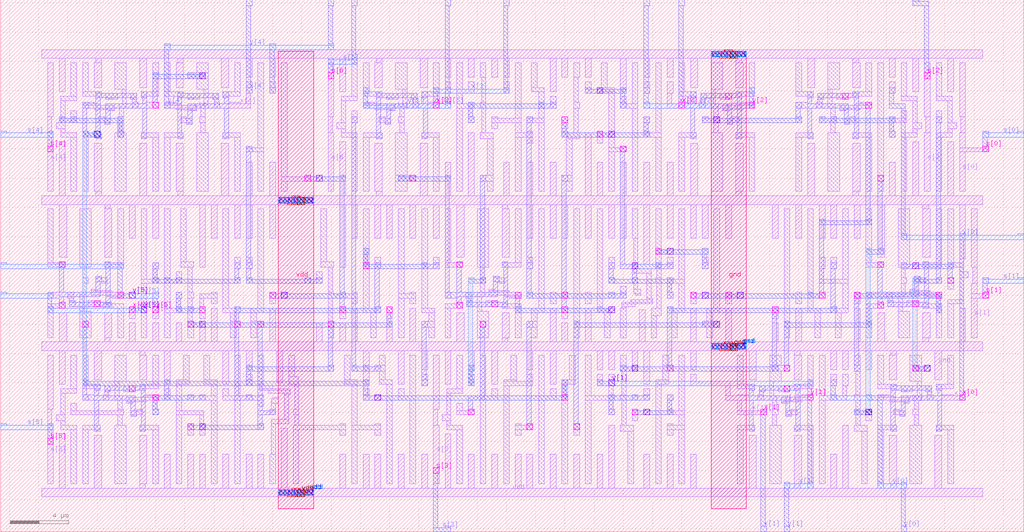
<source format=lef>
VERSION 5.7 ;
  NAMESCASESENSITIVE ON ;
  NOWIREEXTENSIONATPIN ON ;
  DIVIDERCHAR "/" ;
  BUSBITCHARS "[]" ;
UNITS
  DATABASE MICRONS 1000 ;
END UNITS

MACRO adder
  CLASS BLOCK ;
  FOREIGN adder ;
  ORIGIN 2.600000 2.200000 ;
  SIZE 70.000000 BY 36.400002 ;
  PIN gnd
    USE GROUND ;
    PORT
      LAYER metal1 ;
        RECT 0.200000 30.200001 64.599998 30.800001 ;
        RECT 1.400000 27.900000 1.800000 30.200001 ;
        RECT 3.900000 29.900000 4.300000 30.200001 ;
        RECT 3.800000 28.200001 4.300000 29.900000 ;
        RECT 6.900000 28.200001 7.400000 30.200001 ;
        RECT 9.500000 29.900000 9.900001 30.200001 ;
        RECT 9.400001 28.200001 9.900001 29.900000 ;
        RECT 12.500000 28.200001 13.000000 30.200001 ;
        RECT 14.200000 28.900000 14.600000 30.200001 ;
        RECT 15.800000 28.900000 16.200001 30.200001 ;
        RECT 20.600000 27.900000 21.000000 30.200001 ;
        RECT 23.100000 29.900000 23.500000 30.200001 ;
        RECT 23.000000 28.200001 23.500000 29.900000 ;
        RECT 26.100000 28.200001 26.600000 30.200001 ;
        RECT 27.800001 28.900000 28.200001 30.200001 ;
        RECT 29.400000 28.900000 29.800001 30.200001 ;
        RECT 31.000000 28.900000 31.400000 30.200001 ;
        RECT 31.800001 28.900000 32.200001 30.200001 ;
        RECT 35.000000 27.900000 35.400002 30.200001 ;
        RECT 35.799999 28.900000 36.200001 30.200001 ;
        RECT 37.400002 28.900000 37.799999 30.200001 ;
        RECT 39.799999 27.900000 40.200001 30.200001 ;
        RECT 41.400002 28.900000 41.799999 30.200001 ;
        RECT 43.000000 28.900000 43.400002 30.200001 ;
        RECT 44.600002 28.200001 45.100002 30.200001 ;
        RECT 47.700001 29.900000 48.100002 30.200001 ;
        RECT 47.700001 28.200001 48.200001 29.900000 ;
        RECT 52.600002 28.200001 53.100002 30.200001 ;
        RECT 55.700001 29.900000 56.100002 30.200001 ;
        RECT 55.700001 28.200001 56.200001 29.900000 ;
        RECT 58.200001 28.900000 58.600002 30.200001 ;
        RECT 59.799999 27.900000 60.200001 30.200001 ;
        RECT 62.200001 27.900000 62.600002 30.200001 ;
        RECT 1.400000 10.800000 1.900000 12.800000 ;
        RECT 4.500000 11.100000 5.000000 12.800000 ;
        RECT 4.500000 10.800000 4.900000 11.100000 ;
        RECT 6.200000 10.800000 6.600000 12.100000 ;
        RECT 7.800000 10.800000 8.200000 12.100000 ;
        RECT 9.400001 10.800000 9.800000 12.100000 ;
        RECT 11.000000 10.800000 11.400001 12.100000 ;
        RECT 11.800000 10.800000 12.200000 13.100000 ;
        RECT 15.800000 10.800000 16.200001 13.100000 ;
        RECT 19.000000 10.800000 19.400000 12.100000 ;
        RECT 20.600000 10.800000 21.000000 12.100000 ;
        RECT 21.400000 10.800000 21.800001 13.100000 ;
        RECT 23.800001 10.800000 24.200001 12.100000 ;
        RECT 25.400000 10.800000 25.800001 13.100000 ;
        RECT 28.600000 10.800000 29.100000 12.800000 ;
        RECT 31.700001 11.100000 32.200001 12.800000 ;
        RECT 31.700001 10.800000 32.100002 11.100000 ;
        RECT 35.000000 10.800000 35.400002 13.100000 ;
        RECT 35.799999 10.800000 36.200001 12.100000 ;
        RECT 37.400002 10.800000 37.799999 13.100000 ;
        RECT 41.100002 10.800000 41.500000 13.000000 ;
        RECT 44.600002 10.800000 45.000000 13.100000 ;
        RECT 47.000000 10.800000 47.400002 13.100000 ;
        RECT 50.200001 10.800000 50.600002 12.100000 ;
        RECT 51.799999 10.800000 52.200001 13.100000 ;
        RECT 55.799999 10.800000 56.200001 13.100000 ;
        RECT 57.400002 10.800000 57.900002 12.800000 ;
        RECT 60.500000 11.100000 61.000000 12.800000 ;
        RECT 60.500000 10.800000 60.900002 11.100000 ;
        RECT 63.000000 10.800000 63.400002 13.100000 ;
        RECT 0.200000 10.200000 64.599998 10.800000 ;
        RECT 1.400000 7.900000 1.800000 10.200000 ;
        RECT 3.800000 8.200000 4.300000 10.200000 ;
        RECT 6.900000 9.900001 7.300000 10.200000 ;
        RECT 6.900000 8.200000 7.400000 9.900001 ;
        RECT 8.600000 7.900000 9.000000 10.200000 ;
        RECT 12.600000 7.900000 13.000000 10.200000 ;
        RECT 14.200000 8.900001 14.600000 10.200000 ;
        RECT 16.300001 8.000000 16.700001 10.200000 ;
        RECT 22.200001 7.900000 22.600000 10.200000 ;
        RECT 24.600000 7.900000 25.000000 10.200000 ;
        RECT 26.200001 8.900001 26.600000 10.200000 ;
        RECT 27.800001 7.900000 28.200001 10.200000 ;
        RECT 29.400000 8.900001 29.800001 10.200000 ;
        RECT 31.000000 7.900000 31.400000 10.200000 ;
        RECT 33.400002 8.900001 33.799999 10.200000 ;
        RECT 35.000000 7.900000 35.400002 10.200000 ;
        RECT 38.200001 8.900001 38.600002 10.200000 ;
        RECT 39.000000 8.900001 39.400002 10.200000 ;
        RECT 40.600002 8.900001 41.000000 10.200000 ;
        RECT 41.400002 7.900000 41.799999 10.200000 ;
        RECT 44.600002 8.900001 45.000000 10.200000 ;
        RECT 48.600002 8.200000 49.100002 10.200000 ;
        RECT 51.700001 9.900001 52.100002 10.200000 ;
        RECT 51.700001 8.200000 52.200001 9.900001 ;
        RECT 54.200001 8.900001 54.600002 10.200000 ;
        RECT 55.000000 8.900001 55.400002 10.200000 ;
        RECT 56.600002 8.900001 57.000000 10.200000 ;
        RECT 58.299999 9.900001 58.700001 10.200000 ;
        RECT 58.200001 8.200000 58.700001 9.900001 ;
        RECT 61.299999 8.200000 61.799999 10.200000 ;
      LAYER via1 ;
        RECT 46.000000 30.300001 46.400002 30.700001 ;
        RECT 46.500000 30.300001 46.900002 30.700001 ;
        RECT 47.000000 30.300001 47.400002 30.700001 ;
        RECT 47.500000 30.300001 47.900002 30.700001 ;
        RECT 48.000000 30.300001 48.400002 30.700001 ;
        RECT 46.000000 10.300000 46.400002 10.700000 ;
        RECT 46.500000 10.300000 46.900002 10.700000 ;
        RECT 47.000000 10.300000 47.400002 10.700000 ;
        RECT 47.500000 10.300000 47.900002 10.700000 ;
        RECT 48.000000 10.300000 48.400002 10.700000 ;
      LAYER metal2 ;
        RECT 46.900002 30.700001 47.500000 30.800001 ;
        RECT 46.000000 30.300001 48.400002 30.700001 ;
        RECT 46.900002 30.200001 47.500000 30.300001 ;
        RECT 46.900002 10.700000 47.500000 10.800000 ;
        RECT 46.000000 10.300000 48.400002 10.700000 ;
        RECT 46.900002 10.200000 47.500000 10.300000 ;
      LAYER via2 ;
        RECT 46.500000 30.300001 46.900002 30.700001 ;
        RECT 47.000000 30.300001 47.400002 30.700001 ;
        RECT 47.500000 30.300001 47.900002 30.700001 ;
        RECT 48.000000 30.300001 48.400002 30.700001 ;
        RECT 46.500000 10.300000 46.900002 10.700000 ;
        RECT 47.000000 10.300000 47.400002 10.700000 ;
        RECT 47.500000 10.300000 47.900002 10.700000 ;
        RECT 48.000000 10.300000 48.400002 10.700000 ;
      LAYER metal3 ;
        RECT 46.900002 30.700001 47.500000 30.800001 ;
        RECT 46.000000 30.300001 48.400002 30.700001 ;
        RECT 46.900002 30.200001 47.500000 30.300001 ;
        RECT 46.900002 10.700000 47.500000 10.800000 ;
        RECT 46.000000 10.300000 48.400002 10.700000 ;
        RECT 46.900002 10.200000 47.500000 10.300000 ;
      LAYER via3 ;
        RECT 46.100002 30.300001 46.500000 30.700001 ;
        RECT 46.700001 30.300001 47.100002 30.700001 ;
        RECT 47.299999 30.300001 47.700001 30.700001 ;
        RECT 47.900002 30.300001 48.299999 30.700001 ;
        RECT 46.100002 10.300000 46.500000 10.700000 ;
        RECT 46.700001 10.300000 47.100002 10.700000 ;
        RECT 47.299999 10.300000 47.700001 10.700000 ;
        RECT 47.900002 10.300000 48.299999 10.700000 ;
      LAYER metal4 ;
        RECT 46.900002 30.700001 47.500000 30.800001 ;
        RECT 46.000000 30.300001 48.400002 30.700001 ;
        RECT 46.900002 30.200001 47.500000 30.300001 ;
        RECT 46.900002 10.700000 47.500000 10.800000 ;
        RECT 46.000000 10.300000 48.400002 10.700000 ;
        RECT 46.900002 10.200000 47.500000 10.300000 ;
      LAYER via4 ;
        RECT 46.000000 30.300001 46.400002 30.700001 ;
        RECT 46.500000 30.300001 46.900002 30.700001 ;
        RECT 47.000000 30.300001 47.400002 30.700001 ;
        RECT 47.500000 30.300001 47.900002 30.700001 ;
        RECT 48.000000 30.300001 48.400002 30.700001 ;
        RECT 46.000000 10.300000 46.400002 10.700000 ;
        RECT 46.500000 10.300000 46.900002 10.700000 ;
        RECT 47.000000 10.300000 47.400002 10.700000 ;
        RECT 47.500000 10.300000 47.900002 10.700000 ;
        RECT 48.000000 10.300000 48.400002 10.700000 ;
      LAYER metal5 ;
        RECT 46.900002 30.700001 47.500000 30.800001 ;
        RECT 46.000000 30.300001 48.400002 30.700001 ;
        RECT 46.600002 30.200001 47.799999 30.300001 ;
        RECT 46.900002 10.700000 47.500000 10.800000 ;
        RECT 46.000000 10.300000 48.400002 10.700000 ;
        RECT 46.600002 10.200000 47.799999 10.300000 ;
      LAYER via5 ;
        RECT 47.299999 30.200001 47.799999 30.700001 ;
        RECT 47.299999 10.200000 47.799999 10.700000 ;
      LAYER metal6 ;
        RECT 46.000000 -0.600000 48.400002 30.700001 ;
    END
  END gnd
  PIN vdd
    USE POWER ;
    PORT
      LAYER metal1 ;
        RECT 1.400000 20.800001 1.800000 24.500000 ;
        RECT 3.800000 21.100000 4.300000 24.400000 ;
        RECT 3.900000 20.800001 4.300000 21.100000 ;
        RECT 6.900000 20.800001 7.400000 24.400000 ;
        RECT 9.400001 21.100000 9.900001 24.400000 ;
        RECT 9.500000 20.800001 9.900001 21.100000 ;
        RECT 12.500000 20.800001 13.000000 24.400000 ;
        RECT 14.200000 20.800001 14.600000 23.100000 ;
        RECT 15.800000 20.800001 16.200001 23.100000 ;
        RECT 20.600000 20.800001 21.000000 24.500000 ;
        RECT 23.000000 21.100000 23.500000 24.400000 ;
        RECT 23.100000 20.800001 23.500000 21.100000 ;
        RECT 26.100000 20.800001 26.600000 24.400000 ;
        RECT 27.800001 20.800001 28.200001 23.100000 ;
        RECT 29.400000 20.800001 29.800001 25.100000 ;
        RECT 31.800001 20.800001 32.200001 23.100000 ;
        RECT 33.400002 20.800001 33.799999 23.100000 ;
        RECT 35.000000 20.800001 35.400002 23.100000 ;
        RECT 37.400002 20.800001 37.799999 25.100000 ;
        RECT 38.200001 20.800001 38.600002 23.100000 ;
        RECT 39.799999 20.800001 40.200001 23.100000 ;
        RECT 41.400002 20.800001 41.799999 23.100000 ;
        RECT 43.000000 20.800001 43.400002 23.100000 ;
        RECT 44.600002 20.800001 45.100002 24.400000 ;
        RECT 47.700001 21.100000 48.200001 24.400000 ;
        RECT 47.700001 20.800001 48.100002 21.100000 ;
        RECT 52.600002 20.800001 53.100002 24.400000 ;
        RECT 55.700001 21.100000 56.200001 24.400000 ;
        RECT 55.700001 20.800001 56.100002 21.100000 ;
        RECT 58.200001 20.800001 58.600002 23.100000 ;
        RECT 59.799999 20.800001 60.200001 24.500000 ;
        RECT 62.200001 20.800001 62.600002 24.500000 ;
        RECT 0.200000 20.200001 64.599998 20.800001 ;
        RECT 1.400000 16.600000 1.900000 20.200001 ;
        RECT 4.500000 19.900000 4.900000 20.200001 ;
        RECT 4.500000 16.600000 5.000000 19.900000 ;
        RECT 6.200000 17.900000 6.600000 20.200001 ;
        RECT 7.800000 17.900000 8.200000 20.200001 ;
        RECT 11.000000 15.900001 11.400001 20.200001 ;
        RECT 11.800000 17.900000 12.200000 20.200001 ;
        RECT 13.400001 17.900000 13.800000 20.200001 ;
        RECT 14.200000 17.900000 14.600000 20.200001 ;
        RECT 15.800000 17.900000 16.200001 20.200001 ;
        RECT 20.600000 15.900001 21.000000 20.200001 ;
        RECT 21.400000 17.900000 21.800001 20.200001 ;
        RECT 23.000000 17.900000 23.400000 20.200001 ;
        RECT 23.800001 17.900000 24.200001 20.200001 ;
        RECT 25.400000 17.900000 25.800001 20.200001 ;
        RECT 27.000000 17.900000 27.400000 20.200001 ;
        RECT 28.600000 16.600000 29.100000 20.200001 ;
        RECT 31.700001 19.900000 32.100002 20.200001 ;
        RECT 31.700001 16.600000 32.200001 19.900000 ;
        RECT 33.400002 17.900000 33.799999 20.200001 ;
        RECT 35.000000 17.900000 35.400002 20.200001 ;
        RECT 35.799999 17.900000 36.200001 20.200001 ;
        RECT 37.400002 17.900000 37.799999 20.200001 ;
        RECT 39.000000 17.900000 39.400002 20.200001 ;
        RECT 39.799999 17.900000 40.200001 20.200001 ;
        RECT 41.400002 16.100000 41.799999 20.200001 ;
        RECT 43.000000 17.900000 43.400002 20.200001 ;
        RECT 44.600002 17.900000 45.000000 20.200001 ;
        RECT 45.400002 17.900000 45.799999 20.200001 ;
        RECT 47.000000 17.900000 47.400002 20.200001 ;
        RECT 50.200001 17.900000 50.600002 20.200001 ;
        RECT 51.799999 17.900000 52.200001 20.200001 ;
        RECT 53.400002 17.900000 53.799999 20.200001 ;
        RECT 54.200001 17.900000 54.600002 20.200001 ;
        RECT 55.799999 17.900000 56.200001 20.200001 ;
        RECT 57.400002 16.600000 57.900002 20.200001 ;
        RECT 60.500000 19.900000 60.900002 20.200001 ;
        RECT 60.500000 16.600000 61.000000 19.900000 ;
        RECT 63.000000 16.500000 63.400002 20.200001 ;
        RECT 1.400000 0.800000 1.800000 4.500000 ;
        RECT 3.800000 0.800000 4.300000 4.400000 ;
        RECT 6.900000 1.100000 7.400000 4.400000 ;
        RECT 6.900000 0.800000 7.300000 1.100000 ;
        RECT 8.600000 0.800000 9.000000 3.100000 ;
        RECT 10.200000 0.800000 10.600000 3.100000 ;
        RECT 11.000000 0.800000 11.400001 3.100000 ;
        RECT 12.600000 0.800000 13.000000 3.100000 ;
        RECT 14.200000 0.800000 14.600000 3.100000 ;
        RECT 15.000000 0.800000 15.400001 3.100000 ;
        RECT 16.600000 0.800000 17.000000 4.900000 ;
        RECT 20.600000 0.800000 21.000000 3.100000 ;
        RECT 22.200001 0.800000 22.600000 3.100000 ;
        RECT 23.000000 0.800000 23.400000 3.100000 ;
        RECT 24.600000 0.800000 25.000000 3.100000 ;
        RECT 26.200001 0.800000 26.600000 3.100000 ;
        RECT 27.800001 0.800000 28.200001 4.500000 ;
        RECT 29.400000 0.800000 29.800001 3.100000 ;
        RECT 31.000000 0.800000 31.400000 3.100000 ;
        RECT 32.600002 0.800000 33.000000 3.100000 ;
        RECT 33.400002 0.800000 33.799999 3.100000 ;
        RECT 35.000000 0.800000 35.400002 3.100000 ;
        RECT 36.600002 0.800000 37.000000 3.100000 ;
        RECT 38.200001 0.800000 38.600002 3.100000 ;
        RECT 39.000000 0.800000 39.400002 5.100000 ;
        RECT 41.400002 0.800000 41.799999 3.100000 ;
        RECT 43.000000 0.800000 43.400002 3.100000 ;
        RECT 44.600002 0.800000 45.000000 3.100000 ;
        RECT 48.600002 0.800000 49.100002 4.400000 ;
        RECT 51.700001 1.100000 52.200001 4.400000 ;
        RECT 51.700001 0.800000 52.100002 1.100000 ;
        RECT 54.200001 0.800000 54.600002 3.100000 ;
        RECT 55.000000 0.800000 55.400002 5.100000 ;
        RECT 58.200001 1.100000 58.700001 4.400000 ;
        RECT 58.299999 0.800000 58.700001 1.100000 ;
        RECT 61.299999 0.800000 61.799999 4.400000 ;
        RECT 0.200000 0.200000 64.599998 0.800000 ;
      LAYER via1 ;
        RECT 16.400000 20.300001 16.800001 20.700001 ;
        RECT 16.900000 20.300001 17.300001 20.700001 ;
        RECT 17.400000 20.300001 17.800001 20.700001 ;
        RECT 17.900000 20.300001 18.300001 20.700001 ;
        RECT 18.400000 20.300001 18.800001 20.700001 ;
        RECT 16.400000 0.300000 16.800001 0.700000 ;
        RECT 16.900000 0.300000 17.300001 0.700000 ;
        RECT 17.400000 0.300000 17.800001 0.700000 ;
        RECT 17.900000 0.300000 18.300001 0.700000 ;
        RECT 18.400000 0.300000 18.800001 0.700000 ;
      LAYER metal2 ;
        RECT 17.300001 20.700001 17.900000 20.800001 ;
        RECT 16.400000 20.300001 18.800001 20.700001 ;
        RECT 17.300001 20.200001 17.900000 20.300001 ;
        RECT 17.300001 0.700000 17.900000 0.800000 ;
        RECT 16.400000 0.300000 18.800001 0.700000 ;
        RECT 17.300001 0.200000 17.900000 0.300000 ;
      LAYER via2 ;
        RECT 16.900000 20.300001 17.300001 20.700001 ;
        RECT 17.400000 20.300001 17.800001 20.700001 ;
        RECT 17.900000 20.300001 18.300001 20.700001 ;
        RECT 18.400000 20.300001 18.800001 20.700001 ;
        RECT 16.900000 0.300000 17.300001 0.700000 ;
        RECT 17.400000 0.300000 17.800001 0.700000 ;
        RECT 17.900000 0.300000 18.300001 0.700000 ;
        RECT 18.400000 0.300000 18.800001 0.700000 ;
      LAYER metal3 ;
        RECT 17.300001 20.700001 17.900000 20.800001 ;
        RECT 16.400000 20.300001 18.800001 20.700001 ;
        RECT 17.300001 20.200001 17.900000 20.300001 ;
        RECT 17.300001 0.700000 17.900000 0.800000 ;
        RECT 16.400000 0.300000 18.800001 0.700000 ;
        RECT 17.300001 0.200000 17.900000 0.300000 ;
      LAYER via3 ;
        RECT 16.500000 20.300001 16.900000 20.700001 ;
        RECT 17.100000 20.300001 17.500000 20.700001 ;
        RECT 17.700001 20.300001 18.100000 20.700001 ;
        RECT 18.300001 20.300001 18.700001 20.700001 ;
        RECT 16.500000 0.300000 16.900000 0.700000 ;
        RECT 17.100000 0.300000 17.500000 0.700000 ;
        RECT 17.700001 0.300000 18.100000 0.700000 ;
        RECT 18.300001 0.300000 18.700001 0.700000 ;
      LAYER metal4 ;
        RECT 17.300001 20.700001 17.900000 20.800001 ;
        RECT 16.400000 20.300001 18.800001 20.700001 ;
        RECT 17.300001 20.200001 17.900000 20.300001 ;
        RECT 17.300001 0.700000 17.900000 0.800000 ;
        RECT 16.400000 0.300000 18.800001 0.700000 ;
        RECT 17.300001 0.200000 17.900000 0.300000 ;
      LAYER via4 ;
        RECT 16.400000 20.300001 16.800001 20.700001 ;
        RECT 16.900000 20.300001 17.300001 20.700001 ;
        RECT 17.400000 20.300001 17.800001 20.700001 ;
        RECT 17.900000 20.300001 18.300001 20.700001 ;
        RECT 18.400000 20.300001 18.800001 20.700001 ;
        RECT 16.400000 0.300000 16.800001 0.700000 ;
        RECT 16.900000 0.300000 17.300001 0.700000 ;
        RECT 17.400000 0.300000 17.800001 0.700000 ;
        RECT 17.900000 0.300000 18.300001 0.700000 ;
        RECT 18.400000 0.300000 18.800001 0.700000 ;
      LAYER metal5 ;
        RECT 17.300001 20.700001 17.900000 20.800001 ;
        RECT 16.400000 20.300001 18.800001 20.700001 ;
        RECT 17.000000 20.200001 18.200001 20.300001 ;
        RECT 17.300001 0.700000 17.900000 0.800000 ;
        RECT 16.400000 0.300000 18.800001 0.700000 ;
        RECT 17.000000 0.200000 18.200001 0.300000 ;
      LAYER via5 ;
        RECT 17.700001 20.200001 18.200001 20.700001 ;
        RECT 17.700001 0.200000 18.200001 0.700000 ;
      LAYER metal6 ;
        RECT 16.400000 -0.600000 18.800001 30.700001 ;
    END
  END vdd
  PIN s[6]
    PORT
      LAYER metal1 ;
        RECT 19.800001 26.200001 20.200001 29.900000 ;
        RECT 19.800001 25.100000 20.100000 26.200001 ;
        RECT 19.800001 21.100000 20.200001 25.100000 ;
      LAYER via1 ;
        RECT 19.800001 28.800001 20.200001 29.200001 ;
      LAYER metal2 ;
        RECT 21.400000 33.799999 21.800001 34.200001 ;
        RECT 21.400000 30.200001 21.700001 33.799999 ;
        RECT 19.800001 29.800001 20.200001 30.200001 ;
        RECT 21.400000 29.800001 21.800001 30.200001 ;
        RECT 19.800001 29.200001 20.100000 29.800001 ;
        RECT 19.800001 28.800001 20.200001 29.200001 ;
      LAYER metal3 ;
        RECT 19.800001 30.100000 20.200001 30.200001 ;
        RECT 21.400000 30.100000 21.800001 30.200001 ;
        RECT 19.800001 29.800001 21.800001 30.100000 ;
    END
  END s[6]
  PIN s[5]
    PORT
      LAYER metal1 ;
        RECT 0.600000 6.200000 1.000000 9.900001 ;
        RECT 0.600000 5.100000 0.900000 6.200000 ;
        RECT 0.600000 1.100000 1.000000 5.100000 ;
      LAYER via1 ;
        RECT 0.600000 3.800000 1.000000 4.200000 ;
      LAYER metal2 ;
        RECT 0.600000 4.800000 1.000000 5.200000 ;
        RECT 0.600000 4.200000 0.900000 4.800000 ;
        RECT 0.600000 3.800000 1.000000 4.200000 ;
      LAYER metal3 ;
        RECT -2.600000 5.100000 -2.200000 5.200000 ;
        RECT 0.600000 5.100000 1.000000 5.200000 ;
        RECT -2.600000 4.800000 1.000000 5.100000 ;
    END
  END s[5]
  PIN s[4]
    PORT
      LAYER metal1 ;
        RECT 0.600000 26.200001 1.000000 29.900000 ;
        RECT 0.600000 25.100000 0.900000 26.200001 ;
        RECT 0.600000 21.100000 1.000000 25.100000 ;
      LAYER via1 ;
        RECT 0.600000 23.800001 1.000000 24.200001 ;
      LAYER metal2 ;
        RECT 0.600000 24.800001 1.000000 25.200001 ;
        RECT 0.600000 24.200001 0.900000 24.800001 ;
        RECT 0.600000 23.800001 1.000000 24.200001 ;
      LAYER metal3 ;
        RECT -2.600000 25.100000 -2.200000 25.200001 ;
        RECT 0.600000 25.100000 1.000000 25.200001 ;
        RECT -2.600000 24.800001 1.000000 25.100000 ;
    END
  END s[4]
  PIN s[3]
    PORT
      LAYER metal1 ;
        RECT 27.000000 6.200000 27.400000 9.900001 ;
        RECT 27.000000 5.100000 27.300001 6.200000 ;
        RECT 27.000000 1.100000 27.400000 5.100000 ;
      LAYER via1 ;
        RECT 27.000000 1.800000 27.400000 2.200000 ;
      LAYER metal2 ;
        RECT 27.000000 1.800000 27.400000 2.200000 ;
        RECT 27.000000 -1.900000 27.300001 1.800000 ;
        RECT 27.800001 -1.900000 28.200001 -1.800000 ;
        RECT 27.000000 -2.200000 28.200001 -1.900000 ;
    END
  END s[3]
  PIN s[2]
    PORT
      LAYER metal1 ;
        RECT 60.600002 26.200001 61.000000 29.900000 ;
        RECT 60.700001 25.100000 61.000000 26.200001 ;
        RECT 60.600002 21.100000 61.000000 25.100000 ;
      LAYER via1 ;
        RECT 60.600002 28.800001 61.000000 29.200001 ;
      LAYER metal2 ;
        RECT 59.799999 34.100002 60.200001 34.200001 ;
        RECT 59.799999 33.799999 60.900002 34.100002 ;
        RECT 60.600002 29.200001 60.900002 33.799999 ;
        RECT 60.600002 28.800001 61.000000 29.200001 ;
    END
  END s[2]
  PIN s[1]
    PORT
      LAYER metal1 ;
        RECT 63.799999 15.900001 64.200005 19.900000 ;
        RECT 63.900002 14.800000 64.200005 15.900001 ;
        RECT 63.799999 14.100000 64.200005 14.800000 ;
        RECT 64.599998 14.100000 65.000000 14.200000 ;
        RECT 63.799999 13.800000 65.000000 14.100000 ;
        RECT 63.799999 11.100000 64.200005 13.800000 ;
      LAYER via1 ;
        RECT 64.599998 13.800000 65.000000 14.200000 ;
      LAYER metal2 ;
        RECT 64.599998 14.800000 65.000000 15.200000 ;
        RECT 64.599998 14.200000 64.900002 14.800000 ;
        RECT 64.599998 13.800000 65.000000 14.200000 ;
      LAYER metal3 ;
        RECT 64.599998 15.100000 65.000000 15.200000 ;
        RECT 67.000000 15.100000 67.400002 15.200000 ;
        RECT 64.599998 14.800000 67.400002 15.100000 ;
    END
  END s[1]
  PIN s[0]
    PORT
      LAYER metal1 ;
        RECT 63.000000 26.200001 63.400002 29.900000 ;
        RECT 63.100002 25.100000 63.400002 26.200001 ;
        RECT 63.000000 24.100000 63.400002 25.100000 ;
        RECT 64.599998 24.100000 65.000000 24.200001 ;
        RECT 63.000000 23.800001 65.000000 24.100000 ;
        RECT 63.000000 21.100000 63.400002 23.800001 ;
      LAYER via1 ;
        RECT 64.599998 23.800001 65.000000 24.200001 ;
      LAYER metal2 ;
        RECT 64.599998 24.800001 65.000000 25.200001 ;
        RECT 64.599998 24.200001 64.900002 24.800001 ;
        RECT 64.599998 23.800001 65.000000 24.200001 ;
      LAYER metal3 ;
        RECT 64.599998 25.100000 65.000000 25.200001 ;
        RECT 67.000000 25.100000 67.400002 25.200001 ;
        RECT 64.599998 24.800001 67.400002 25.100000 ;
    END
  END s[0]
  PIN x[5]
    PORT
      LAYER metal1 ;
        RECT 0.600000 13.800000 1.400000 14.200000 ;
        RECT 6.200000 12.400001 6.600000 13.200000 ;
      LAYER via1 ;
        RECT 6.200000 12.800000 6.600000 13.200000 ;
      LAYER metal2 ;
        RECT 0.600000 13.800000 1.000000 14.200000 ;
        RECT 0.600000 13.200000 0.900000 13.800000 ;
        RECT 0.600000 12.800000 1.000000 13.200000 ;
        RECT 6.200000 13.100000 6.600000 13.200000 ;
        RECT 7.000000 13.100000 7.400000 13.200000 ;
        RECT 6.200000 12.800000 7.400000 13.100000 ;
      LAYER via2 ;
        RECT 7.000000 12.800000 7.400000 13.200000 ;
      LAYER metal3 ;
        RECT -2.600000 14.100000 -2.200000 14.200000 ;
        RECT 0.600000 14.100000 1.000000 14.200000 ;
        RECT -2.600000 13.800000 1.000000 14.100000 ;
        RECT 0.600000 13.100000 1.000000 13.200000 ;
        RECT 7.000000 13.100000 7.400000 13.200000 ;
        RECT 0.600000 12.800000 7.400000 13.100000 ;
    END
  END x[5]
  PIN x[4]
    PORT
      LAYER metal1 ;
        RECT 14.200000 27.800001 14.600000 28.600000 ;
        RECT 13.000000 27.100000 13.800000 27.200001 ;
        RECT 14.200000 27.100000 14.500000 27.800001 ;
        RECT 13.000000 26.800001 14.500000 27.100000 ;
      LAYER metal2 ;
        RECT 14.200000 33.799999 14.600000 34.200001 ;
        RECT 14.200000 28.200001 14.500000 33.799999 ;
        RECT 14.200000 27.800001 14.600000 28.200001 ;
    END
  END x[4]
  PIN x[3]
    PORT
      LAYER metal1 ;
        RECT 31.800001 27.800001 32.200001 28.600000 ;
        RECT 26.600000 26.800001 27.400000 27.200001 ;
      LAYER via1 ;
        RECT 27.000000 26.800001 27.400000 27.200001 ;
      LAYER metal2 ;
        RECT 31.800001 33.799999 32.200001 34.200001 ;
        RECT 31.800001 28.200001 32.100002 33.799999 ;
        RECT 27.000000 27.800001 27.400000 28.200001 ;
        RECT 31.800001 27.800001 32.200001 28.200001 ;
        RECT 27.000000 27.200001 27.300001 27.800001 ;
        RECT 27.000000 26.800001 27.400000 27.200001 ;
      LAYER metal3 ;
        RECT 27.000000 28.100000 27.400000 28.200001 ;
        RECT 31.800001 28.100000 32.200001 28.200001 ;
        RECT 27.000000 27.800001 32.200001 28.100000 ;
    END
  END x[3]
  PIN x[2]
    PORT
      LAYER metal1 ;
        RECT 43.000000 27.800001 43.400002 28.600000 ;
        RECT 43.000000 27.100000 43.299999 27.800001 ;
        RECT 43.799999 27.100000 44.600002 27.200001 ;
        RECT 43.000000 26.800001 44.600002 27.100000 ;
      LAYER via1 ;
        RECT 43.799999 26.800001 44.200001 27.200001 ;
      LAYER metal2 ;
        RECT 43.799999 33.799999 44.200001 34.200001 ;
        RECT 43.799999 27.200001 44.100002 33.799999 ;
        RECT 43.799999 26.800001 44.200001 27.200001 ;
    END
  END x[2]
  PIN x[1]
    PORT
      LAYER metal1 ;
        RECT 44.600002 8.100000 45.000000 8.600000 ;
        RECT 44.600002 7.800000 47.299999 8.100000 ;
        RECT 47.000000 7.100000 47.299999 7.800000 ;
        RECT 47.799999 7.100000 48.600002 7.200000 ;
        RECT 47.000000 6.800000 48.600002 7.100000 ;
        RECT 47.799999 6.100000 48.100002 6.800000 ;
        RECT 49.400002 6.100000 49.799999 6.200000 ;
        RECT 47.799999 5.800000 49.799999 6.100000 ;
      LAYER via1 ;
        RECT 49.400002 5.800000 49.799999 6.200000 ;
      LAYER metal2 ;
        RECT 49.400002 5.800000 49.799999 6.200000 ;
        RECT 49.400002 -1.800000 49.700001 5.800000 ;
        RECT 49.400002 -2.200000 49.799999 -1.800000 ;
    END
  END x[1]
  PIN x[0]
    PORT
      LAYER metal1 ;
        RECT 58.200001 27.800001 58.600002 28.600000 ;
        RECT 61.799999 7.100000 62.600002 7.200000 ;
        RECT 63.000000 7.100000 63.400002 7.200000 ;
        RECT 61.799999 6.800000 63.400002 7.100000 ;
      LAYER via1 ;
        RECT 63.000000 6.800000 63.400002 7.200000 ;
      LAYER metal2 ;
        RECT 58.200001 27.800001 58.600002 28.200001 ;
        RECT 58.200001 27.100000 58.500000 27.800001 ;
        RECT 58.200001 26.800001 59.299999 27.100000 ;
        RECT 59.000000 18.200001 59.299999 26.800001 ;
        RECT 59.000000 17.800001 59.400002 18.200001 ;
        RECT 63.000000 17.800001 63.400002 18.200001 ;
        RECT 63.000000 7.200000 63.299999 17.800001 ;
        RECT 63.000000 6.800000 63.400002 7.200000 ;
      LAYER metal3 ;
        RECT 59.000000 18.100000 59.400002 18.200001 ;
        RECT 63.000000 18.100000 63.400002 18.200001 ;
        RECT 67.000000 18.100000 67.400002 18.200001 ;
        RECT 59.000000 17.800001 67.400002 18.100000 ;
    END
  END x[0]
  PIN y[5]
    PORT
      LAYER metal1 ;
        RECT 3.600000 14.300000 4.000000 14.400001 ;
        RECT 3.600000 14.200000 5.000000 14.300000 ;
        RECT 3.600000 14.000000 5.800000 14.200000 ;
        RECT 4.700000 13.900001 5.800000 14.000000 ;
        RECT 5.000000 13.800000 5.800000 13.900001 ;
        RECT 7.800000 12.400001 8.200000 13.200000 ;
      LAYER via1 ;
        RECT 5.400000 13.800000 5.800000 14.200000 ;
        RECT 7.800000 12.800000 8.200000 13.200000 ;
      LAYER metal2 ;
        RECT 5.400000 15.800000 5.800000 16.200001 ;
        RECT 5.400000 14.200000 5.700000 15.800000 ;
        RECT 5.400000 14.100000 5.800000 14.200000 ;
        RECT 6.200000 14.100000 6.600000 14.200000 ;
        RECT 5.400000 13.800000 6.600000 14.100000 ;
        RECT 7.800000 13.800000 8.200000 14.200000 ;
        RECT 7.800000 13.200000 8.100000 13.800000 ;
        RECT 7.800000 12.800000 8.200000 13.200000 ;
      LAYER via2 ;
        RECT 6.200000 13.800000 6.600000 14.200000 ;
      LAYER metal3 ;
        RECT -2.600000 16.100000 -2.200000 16.200001 ;
        RECT 5.400000 16.100000 5.800000 16.200001 ;
        RECT -2.600000 15.800000 5.800000 16.100000 ;
        RECT 6.200000 14.100000 6.600000 14.200000 ;
        RECT 7.800000 14.100000 8.200000 14.200000 ;
        RECT 6.200000 13.800000 8.200000 14.100000 ;
    END
  END y[5]
  PIN y[4]
    PORT
      LAYER metal1 ;
        RECT 15.800000 27.800001 16.200001 28.600000 ;
        RECT 8.600000 27.100000 9.400001 27.200001 ;
        RECT 8.600000 27.000000 9.700000 27.100000 ;
        RECT 8.600000 26.800001 10.800000 27.000000 ;
        RECT 9.400001 26.700001 10.800000 26.800001 ;
        RECT 10.400001 26.600000 10.800000 26.700001 ;
      LAYER metal2 ;
        RECT 19.800001 33.799999 20.200001 34.200001 ;
        RECT 19.800001 31.200001 20.100000 33.799999 ;
        RECT 8.600000 30.800001 9.000000 31.200001 ;
        RECT 15.800000 30.800001 16.200001 31.200001 ;
        RECT 19.800001 30.800001 20.200001 31.200001 ;
        RECT 8.600000 27.200001 8.900001 30.800001 ;
        RECT 15.800000 28.200001 16.100000 30.800001 ;
        RECT 15.800000 27.800001 16.200001 28.200001 ;
        RECT 8.600000 26.800001 9.000000 27.200001 ;
      LAYER metal3 ;
        RECT 8.600000 31.100000 9.000000 31.200001 ;
        RECT 15.800000 31.100000 16.200001 31.200001 ;
        RECT 19.800001 31.100000 20.200001 31.200001 ;
        RECT 8.600000 30.800001 20.200001 31.100000 ;
    END
  END y[4]
  PIN y[3]
    PORT
      LAYER metal1 ;
        RECT 27.800001 27.800001 28.200001 28.600000 ;
        RECT 22.200001 27.100000 23.000000 27.200001 ;
        RECT 22.200001 27.000000 23.300001 27.100000 ;
        RECT 22.200001 26.800001 24.400000 27.000000 ;
        RECT 23.000000 26.700001 24.400000 26.800001 ;
        RECT 24.000000 26.600000 24.400000 26.700001 ;
      LAYER metal2 ;
        RECT 27.800001 33.799999 28.200001 34.200001 ;
        RECT 27.800001 28.200001 28.100000 33.799999 ;
        RECT 22.200001 27.800001 22.600000 28.200001 ;
        RECT 27.800001 27.800001 28.200001 28.200001 ;
        RECT 22.200001 27.200001 22.500000 27.800001 ;
        RECT 27.800001 27.200001 28.100000 27.800001 ;
        RECT 22.200001 26.800001 22.600000 27.200001 ;
        RECT 27.800001 26.800001 28.200001 27.200001 ;
      LAYER metal3 ;
        RECT 22.200001 27.800001 22.600000 28.200001 ;
        RECT 22.200001 27.100000 22.500000 27.800001 ;
        RECT 27.800001 27.100000 28.200001 27.200001 ;
        RECT 22.200001 26.800001 28.200001 27.100000 ;
    END
  END y[3]
  PIN y[2]
    PORT
      LAYER metal1 ;
        RECT 41.400002 27.800001 41.799999 28.600000 ;
        RECT 48.200001 27.100000 49.000000 27.200001 ;
        RECT 47.900002 27.000000 49.000000 27.100000 ;
        RECT 46.799999 26.800001 49.000000 27.000000 ;
        RECT 46.799999 26.700001 48.200001 26.800001 ;
        RECT 46.799999 26.600000 47.200001 26.700001 ;
      LAYER via1 ;
        RECT 48.600002 26.800001 49.000000 27.200001 ;
      LAYER metal2 ;
        RECT 41.400002 33.799999 41.799999 34.200001 ;
        RECT 41.400002 28.200001 41.700001 33.799999 ;
        RECT 41.400002 27.800001 41.799999 28.200001 ;
        RECT 48.600002 27.800001 49.000000 28.200001 ;
        RECT 41.400002 27.200001 41.700001 27.800001 ;
        RECT 48.600002 27.200001 48.900002 27.800001 ;
        RECT 41.400002 26.800001 41.799999 27.200001 ;
        RECT 48.600002 26.800001 49.000000 27.200001 ;
      LAYER metal3 ;
        RECT 48.600002 27.800001 49.000000 28.200001 ;
        RECT 41.400002 27.100000 41.799999 27.200001 ;
        RECT 48.600002 27.100000 48.900002 27.800001 ;
        RECT 41.400002 26.800001 48.900002 27.100000 ;
    END
  END y[2]
  PIN y[1]
    PORT
      LAYER metal1 ;
        RECT 38.200001 7.800000 38.600002 8.600000 ;
        RECT 52.200001 7.100000 53.000000 7.200000 ;
        RECT 51.900002 7.000000 53.000000 7.100000 ;
        RECT 50.799999 6.800000 53.000000 7.000000 ;
        RECT 50.799999 6.700000 52.200001 6.800000 ;
        RECT 50.799999 6.600000 51.200001 6.700000 ;
      LAYER via1 ;
        RECT 52.600002 6.800000 53.000000 7.200000 ;
      LAYER metal2 ;
        RECT 38.200001 8.100000 38.600002 8.200000 ;
        RECT 39.000000 8.100000 39.400002 8.200000 ;
        RECT 38.200001 7.800000 39.400002 8.100000 ;
        RECT 52.600002 7.800000 53.000000 8.200000 ;
        RECT 52.600002 7.200000 52.900002 7.800000 ;
        RECT 52.600002 6.800000 53.000000 7.200000 ;
        RECT 52.600002 1.200000 52.900002 6.800000 ;
        RECT 51.000000 0.800000 51.400002 1.200000 ;
        RECT 52.600002 0.800000 53.000000 1.200000 ;
        RECT 51.000000 -1.800000 51.299999 0.800000 ;
        RECT 51.000000 -2.200000 51.400002 -1.800000 ;
      LAYER via2 ;
        RECT 39.000000 7.800000 39.400002 8.200000 ;
      LAYER metal3 ;
        RECT 39.000000 8.100000 39.400002 8.200000 ;
        RECT 52.600002 8.100000 53.000000 8.200000 ;
        RECT 38.200001 7.800000 53.000000 8.100000 ;
        RECT 51.000000 1.100000 51.400002 1.200000 ;
        RECT 52.600002 1.100000 53.000000 1.200000 ;
        RECT 51.000000 0.800000 53.000000 1.100000 ;
    END
  END y[1]
  PIN y[0]
    PORT
      LAYER metal1 ;
        RECT 54.200001 7.800000 54.600002 8.600000 ;
        RECT 57.400002 7.100000 58.200001 7.200000 ;
        RECT 57.400002 7.000000 58.500000 7.100000 ;
        RECT 57.400002 6.800000 59.600002 7.000000 ;
        RECT 58.200001 6.700000 59.600002 6.800000 ;
        RECT 59.200001 6.600000 59.600002 6.700000 ;
      LAYER metal2 ;
        RECT 54.200001 7.800000 54.600002 8.200000 ;
        RECT 54.200001 7.200000 54.500000 7.800000 ;
        RECT 54.200001 6.800000 54.600002 7.200000 ;
        RECT 56.600002 7.100000 57.000000 7.200000 ;
        RECT 57.400002 7.100000 57.799999 7.200000 ;
        RECT 56.600002 6.800000 57.799999 7.100000 ;
        RECT 57.400002 1.200000 57.700001 6.800000 ;
        RECT 57.400002 0.800000 57.799999 1.200000 ;
        RECT 59.000000 0.800000 59.400002 1.200000 ;
        RECT 59.000000 -1.800000 59.299999 0.800000 ;
        RECT 59.000000 -2.200000 59.400002 -1.800000 ;
      LAYER metal3 ;
        RECT 54.200001 7.100000 54.600002 7.200000 ;
        RECT 56.600002 7.100000 57.000000 7.200000 ;
        RECT 54.200001 6.800000 57.000000 7.100000 ;
        RECT 57.400002 1.100000 57.799999 1.200000 ;
        RECT 59.000000 1.100000 59.400002 1.200000 ;
        RECT 57.400002 0.800000 59.400002 1.100000 ;
    END
  END y[0]
  OBS
      LAYER metal1 ;
        RECT 2.200000 27.600000 2.600000 29.900000 ;
        RECT 3.000000 27.900000 3.400000 29.900000 ;
        RECT 5.200000 28.100000 6.000000 29.900000 ;
        RECT 3.000000 27.600000 4.300000 27.900000 ;
        RECT 1.500000 27.300001 2.600000 27.600000 ;
        RECT 3.900000 27.500000 4.300000 27.600000 ;
        RECT 4.600000 27.400000 5.400000 27.800001 ;
        RECT 1.500000 25.800001 1.800000 27.300001 ;
        RECT 3.000000 27.100000 3.800000 27.200001 ;
        RECT 5.700000 27.100000 6.000000 28.100000 ;
        RECT 7.800000 27.900000 8.200000 29.900000 ;
        RECT 6.300000 27.400000 6.700000 27.800001 ;
        RECT 7.000000 27.600000 8.200000 27.900000 ;
        RECT 8.600000 27.900000 9.000000 29.900000 ;
        RECT 10.800000 29.200001 11.600000 29.900000 ;
        RECT 10.200000 28.800001 11.600000 29.200001 ;
        RECT 10.800000 28.100000 11.600000 28.800001 ;
        RECT 8.600000 27.600000 9.900001 27.900000 ;
        RECT 7.000000 27.500000 7.400000 27.600000 ;
        RECT 9.500000 27.500000 9.900001 27.600000 ;
        RECT 10.200000 27.400000 11.000000 27.800001 ;
        RECT 3.000000 27.000000 4.100000 27.100000 ;
        RECT 3.000000 26.800001 5.200000 27.000000 ;
        RECT 3.800000 26.700001 5.200000 26.800001 ;
        RECT 4.800000 26.600000 5.200000 26.700001 ;
        RECT 5.500000 26.800001 6.000000 27.100000 ;
        RECT 6.400000 27.200001 6.700000 27.400000 ;
        RECT 6.400000 26.800001 6.800000 27.200001 ;
        RECT 7.400000 26.800001 8.200000 27.200001 ;
        RECT 11.300000 27.100000 11.600000 28.100000 ;
        RECT 13.400001 27.900000 13.800000 29.900000 ;
        RECT 11.900001 27.400000 12.300000 27.800001 ;
        RECT 12.600000 27.600000 13.800000 27.900000 ;
        RECT 12.600000 27.500000 13.000000 27.600000 ;
        RECT 11.100000 26.800001 11.600000 27.100000 ;
        RECT 12.000000 27.200001 12.300000 27.400000 ;
        RECT 12.000000 26.800001 12.400001 27.200001 ;
        RECT 2.200000 25.800001 2.600000 26.600000 ;
        RECT 5.500000 26.200001 5.800000 26.800001 ;
        RECT 11.100000 26.200001 11.400001 26.800001 ;
        RECT 4.100000 26.100000 4.500000 26.200001 ;
        RECT 4.100000 25.800001 4.900000 26.100000 ;
        RECT 5.400000 25.800001 5.800000 26.200001 ;
        RECT 9.700000 26.100000 10.100000 26.200001 ;
        RECT 9.700000 25.800001 10.500000 26.100000 ;
        RECT 11.000000 25.800001 11.400001 26.200001 ;
        RECT 1.200000 25.400000 1.800000 25.800001 ;
        RECT 4.500000 25.700001 4.900000 25.800001 ;
        RECT 1.500000 25.100000 1.800000 25.400000 ;
        RECT 5.500000 25.100000 5.800000 25.800001 ;
        RECT 10.100000 25.700001 10.500000 25.800001 ;
        RECT 11.100000 25.100000 11.400001 25.800001 ;
        RECT 1.500000 24.800001 2.600000 25.100000 ;
        RECT 2.200000 21.100000 2.600000 24.800001 ;
        RECT 3.000000 24.800001 4.300000 25.100000 ;
        RECT 3.000000 21.100000 3.400000 24.800001 ;
        RECT 3.900000 24.700001 4.300000 24.800001 ;
        RECT 5.200000 21.100000 6.000000 25.100000 ;
        RECT 7.000000 24.800001 8.200000 25.100000 ;
        RECT 7.000000 24.700001 7.400000 24.800001 ;
        RECT 7.800000 21.100000 8.200000 24.800001 ;
        RECT 8.600000 24.800001 9.900001 25.100000 ;
        RECT 8.600000 21.100000 9.000000 24.800001 ;
        RECT 9.500000 24.700001 9.900001 24.800001 ;
        RECT 10.800000 21.100000 11.600000 25.100000 ;
        RECT 12.600000 24.800001 13.800000 25.100000 ;
        RECT 12.600000 24.700001 13.000000 24.800001 ;
        RECT 13.400001 21.100000 13.800000 24.800001 ;
        RECT 14.200000 24.100000 14.600000 24.200001 ;
        RECT 15.000000 24.100000 15.400001 29.900000 ;
        RECT 14.200000 23.800001 15.400001 24.100000 ;
        RECT 15.000000 21.100000 15.400001 23.800001 ;
        RECT 16.600000 22.100000 17.000000 29.900000 ;
        RECT 21.400000 27.600000 21.800001 29.900000 ;
        RECT 22.200001 27.900000 22.600000 29.900000 ;
        RECT 24.400000 28.100000 25.200001 29.900000 ;
        RECT 22.200001 27.600000 23.500000 27.900000 ;
        RECT 20.700001 27.300001 21.800001 27.600000 ;
        RECT 23.100000 27.500000 23.500000 27.600000 ;
        RECT 23.800001 27.400000 24.600000 27.800001 ;
        RECT 20.700001 25.800001 21.000000 27.300001 ;
        RECT 24.900000 27.100000 25.200001 28.100000 ;
        RECT 27.000000 27.900000 27.400000 29.900000 ;
        RECT 25.500000 27.400000 25.900000 27.800001 ;
        RECT 26.200001 27.600000 27.400000 27.900000 ;
        RECT 28.600000 28.100000 29.000000 29.900000 ;
        RECT 30.200001 28.900000 30.600000 29.900000 ;
        RECT 29.400000 28.100000 29.800001 28.600000 ;
        RECT 28.600000 27.800001 29.800001 28.100000 ;
        RECT 26.200001 27.500000 26.600000 27.600000 ;
        RECT 24.700001 26.800001 25.200001 27.100000 ;
        RECT 25.600000 27.200001 25.900000 27.400000 ;
        RECT 25.600000 26.800001 26.000000 27.200001 ;
        RECT 28.600000 27.100000 29.000000 27.800001 ;
        RECT 30.300001 27.200001 30.600000 28.900000 ;
        RECT 28.600000 26.800001 29.700001 27.100000 ;
        RECT 30.200001 26.800001 30.600000 27.200001 ;
        RECT 21.400000 25.800001 21.800001 26.600000 ;
        RECT 24.700001 26.200001 25.000000 26.800001 ;
        RECT 23.300001 26.100000 23.700001 26.200001 ;
        RECT 23.300001 25.800001 24.100000 26.100000 ;
        RECT 24.600000 25.800001 25.000000 26.200001 ;
        RECT 20.400000 25.400000 21.000000 25.800001 ;
        RECT 23.700001 25.700001 24.100000 25.800001 ;
        RECT 20.700001 25.100000 21.000000 25.400000 ;
        RECT 24.700001 25.100000 25.000000 25.800001 ;
        RECT 20.700001 24.800001 21.800001 25.100000 ;
        RECT 18.200001 22.100000 18.600000 22.200001 ;
        RECT 16.600000 21.800001 18.600000 22.100000 ;
        RECT 16.600000 21.100000 17.000000 21.800001 ;
        RECT 21.400000 21.100000 21.800001 24.800001 ;
        RECT 22.200001 24.800001 23.500000 25.100000 ;
        RECT 22.200001 21.100000 22.600000 24.800001 ;
        RECT 23.100000 24.700001 23.500000 24.800001 ;
        RECT 24.400000 22.200001 25.200001 25.100000 ;
        RECT 26.200001 24.800001 27.400000 25.100000 ;
        RECT 26.200001 24.700001 26.600000 24.800001 ;
        RECT 24.400000 21.800001 25.800001 22.200001 ;
        RECT 24.400000 21.100000 25.200001 21.800001 ;
        RECT 27.000000 21.100000 27.400000 24.800001 ;
        RECT 28.600000 21.100000 29.000000 26.800001 ;
        RECT 29.400000 26.200001 29.700001 26.800001 ;
        RECT 29.400000 25.800001 29.800001 26.200001 ;
        RECT 30.300001 25.100000 30.600000 26.800001 ;
        RECT 31.000000 26.100000 31.400000 26.200001 ;
        RECT 32.600002 26.100000 33.000000 29.900000 ;
        RECT 33.700001 28.200001 34.100002 29.900000 ;
        RECT 36.600002 28.900000 37.000000 29.900000 ;
        RECT 33.700001 27.900000 34.600002 28.200001 ;
        RECT 31.000000 25.800001 33.000000 26.100000 ;
        RECT 33.400002 26.100000 33.799999 26.200001 ;
        RECT 34.200001 26.100000 34.600002 27.900000 ;
        RECT 35.000000 26.800001 35.400002 27.600000 ;
        RECT 36.600002 27.200001 36.900002 28.900000 ;
        RECT 37.400002 27.800001 37.799999 28.600000 ;
        RECT 38.500000 28.200001 38.900002 29.900000 ;
        RECT 38.500000 27.900000 39.400002 28.200001 ;
        RECT 36.600002 26.800001 37.000000 27.200001 ;
        RECT 33.400002 25.800001 34.600002 26.100000 ;
        RECT 31.000000 25.400000 31.400000 25.800001 ;
        RECT 32.600002 25.100000 33.000000 25.800001 ;
        RECT 33.400002 25.100000 33.799999 25.200001 ;
        RECT 30.200001 24.700001 31.100000 25.100000 ;
        RECT 30.700001 22.200001 31.100000 24.700001 ;
        RECT 30.200001 21.800001 31.100000 22.200001 ;
        RECT 30.700001 21.100000 31.100000 21.800001 ;
        RECT 32.600002 24.800001 33.799999 25.100000 ;
        RECT 32.600002 21.100000 33.000000 24.800001 ;
        RECT 33.400002 24.400000 33.799999 24.800001 ;
        RECT 34.200001 21.100000 34.600002 25.800001 ;
        RECT 35.799999 25.400000 36.200001 26.200001 ;
        RECT 36.600002 25.100000 36.900002 26.800001 ;
        RECT 36.100002 24.700001 37.000000 25.100000 ;
        RECT 36.100002 22.200001 36.500000 24.700001 ;
        RECT 38.200001 24.400000 38.600002 25.200001 ;
        RECT 35.799999 21.800001 36.500000 22.200001 ;
        RECT 36.100002 21.100000 36.500000 21.800001 ;
        RECT 39.000000 24.100000 39.400002 27.900000 ;
        RECT 39.799999 27.100000 40.200001 27.600000 ;
        RECT 40.600002 27.100000 41.000000 29.900000 ;
        RECT 39.799999 26.800001 41.000000 27.100000 ;
        RECT 39.799999 24.100000 40.200001 24.200001 ;
        RECT 39.000000 23.800001 40.200001 24.100000 ;
        RECT 39.000000 21.100000 39.400002 23.800001 ;
        RECT 40.600002 21.100000 41.000000 26.800001 ;
        RECT 41.400002 25.800001 41.799999 26.200001 ;
        RECT 41.400002 25.100000 41.700001 25.800001 ;
        RECT 42.200001 25.100000 42.600002 29.900000 ;
        RECT 43.799999 27.900000 44.200001 29.900000 ;
        RECT 46.000000 28.100000 46.799999 29.900000 ;
        RECT 43.799999 27.600000 45.000000 27.900000 ;
        RECT 44.600002 27.500000 45.000000 27.600000 ;
        RECT 45.299999 27.400000 45.700001 27.800001 ;
        RECT 45.299999 27.200001 45.600002 27.400000 ;
        RECT 45.200001 26.800001 45.600002 27.200001 ;
        RECT 46.000000 27.100000 46.299999 28.100000 ;
        RECT 48.600002 27.900000 49.000000 29.900000 ;
        RECT 46.600002 27.400000 47.400002 27.800001 ;
        RECT 47.700001 27.600000 49.000000 27.900000 ;
        RECT 51.799999 27.900000 52.200001 29.900000 ;
        RECT 54.000000 28.100000 54.799999 29.900000 ;
        RECT 51.799999 27.600000 53.000000 27.900000 ;
        RECT 47.700001 27.500000 48.100002 27.600000 ;
        RECT 52.600002 27.500000 53.000000 27.600000 ;
        RECT 53.299999 27.400000 53.700001 27.800001 ;
        RECT 53.299999 27.200001 53.600002 27.400000 ;
        RECT 46.000000 26.800001 46.500000 27.100000 ;
        RECT 51.799999 26.800001 52.600002 27.200001 ;
        RECT 53.200001 26.800001 53.600002 27.200001 ;
        RECT 54.000000 27.100000 54.299999 28.100000 ;
        RECT 56.600002 27.900000 57.000000 29.900000 ;
        RECT 54.600002 27.400000 55.400002 27.800001 ;
        RECT 55.700001 27.600000 57.000000 27.900000 ;
        RECT 55.700001 27.500000 56.100002 27.600000 ;
        RECT 56.200001 27.100000 57.000000 27.200001 ;
        RECT 54.000000 26.800001 54.500000 27.100000 ;
        RECT 55.900002 27.000000 57.000000 27.100000 ;
        RECT 46.200001 26.200001 46.500000 26.800001 ;
        RECT 54.200001 26.200001 54.500000 26.800001 ;
        RECT 54.799999 26.800001 57.000000 27.000000 ;
        RECT 54.799999 26.700001 56.200001 26.800001 ;
        RECT 54.799999 26.600000 55.200001 26.700001 ;
        RECT 45.400002 26.100000 45.799999 26.200001 ;
        RECT 46.200001 26.100000 46.600002 26.200001 ;
        RECT 47.500000 26.100000 47.900002 26.200001 ;
        RECT 45.400002 25.800001 46.600002 26.100000 ;
        RECT 47.100002 25.800001 47.900002 26.100000 ;
        RECT 54.200001 25.800001 54.600002 26.200001 ;
        RECT 55.500000 26.100000 55.900002 26.200001 ;
        RECT 55.100002 25.800001 55.900002 26.100000 ;
        RECT 46.200001 25.100000 46.500000 25.800001 ;
        RECT 47.100002 25.700001 47.500000 25.800001 ;
        RECT 54.200001 25.100000 54.500000 25.800001 ;
        RECT 55.100002 25.700001 55.500000 25.800001 ;
        RECT 41.400002 24.800001 42.600002 25.100000 ;
        RECT 42.200001 21.100000 42.600002 24.800001 ;
        RECT 43.799999 24.800001 45.000000 25.100000 ;
        RECT 43.799999 21.100000 44.200001 24.800001 ;
        RECT 44.600002 24.700001 45.000000 24.800001 ;
        RECT 46.000000 21.100000 46.799999 25.100000 ;
        RECT 47.700001 24.800001 49.000000 25.100000 ;
        RECT 47.700001 24.700001 48.100002 24.800001 ;
        RECT 48.600002 21.100000 49.000000 24.800001 ;
        RECT 51.799999 24.800001 53.000000 25.100000 ;
        RECT 51.799999 21.100000 52.200001 24.800001 ;
        RECT 52.600002 24.700001 53.000000 24.800001 ;
        RECT 54.000000 21.100000 54.799999 25.100000 ;
        RECT 55.700001 24.800001 57.000000 25.100000 ;
        RECT 55.700001 24.700001 56.100002 24.800001 ;
        RECT 56.600002 21.100000 57.000000 24.800001 ;
        RECT 57.400002 21.100000 57.799999 29.900000 ;
        RECT 59.000000 27.600000 59.400002 29.900000 ;
        RECT 61.400002 27.600000 61.799999 29.900000 ;
        RECT 59.000000 27.300001 60.100002 27.600000 ;
        RECT 61.400002 27.300001 62.500000 27.600000 ;
        RECT 59.000000 26.100000 59.400002 26.600000 ;
        RECT 58.200001 25.800001 59.400002 26.100000 ;
        RECT 59.799999 25.800001 60.100002 27.300001 ;
        RECT 61.400002 25.800001 61.799999 26.600000 ;
        RECT 62.200001 25.800001 62.500000 27.300001 ;
        RECT 58.200001 25.200001 58.500000 25.800001 ;
        RECT 59.799999 25.400000 60.400002 25.800001 ;
        RECT 62.200001 25.400000 62.799999 25.800001 ;
        RECT 58.200001 24.800001 58.600002 25.200001 ;
        RECT 59.799999 25.100000 60.100002 25.400000 ;
        RECT 62.200001 25.100000 62.500000 25.400000 ;
        RECT 59.000000 24.800001 60.100002 25.100000 ;
        RECT 61.400002 24.800001 62.500000 25.100000 ;
        RECT 59.000000 21.100000 59.400002 24.800001 ;
        RECT 61.400002 21.100000 61.799999 24.800001 ;
        RECT 0.600000 16.200001 1.000000 19.900000 ;
        RECT 1.400000 16.200001 1.800000 16.300001 ;
        RECT 0.600000 15.900001 1.800000 16.200001 ;
        RECT 2.800000 15.900001 3.600000 19.900000 ;
        RECT 4.500000 16.200001 4.900000 16.300001 ;
        RECT 5.400000 16.200001 5.800000 19.900000 ;
        RECT 4.500000 15.900001 5.800000 16.200001 ;
        RECT 3.000000 15.200000 3.300000 15.900001 ;
        RECT 3.900000 15.200000 4.300000 15.300000 ;
        RECT 3.000000 14.800000 3.400000 15.200000 ;
        RECT 3.900000 14.900001 4.700000 15.200000 ;
        RECT 4.300000 14.800000 4.700000 14.900001 ;
        RECT 7.000000 15.100000 7.400000 19.900000 ;
        RECT 7.800000 15.800000 8.200000 16.200001 ;
        RECT 7.800000 15.100000 8.100000 15.800000 ;
        RECT 7.000000 14.800000 8.100000 15.100000 ;
        RECT 3.000000 14.200000 3.300000 14.800000 ;
        RECT 2.000000 13.800000 2.400000 14.200000 ;
        RECT 2.100000 13.600000 2.400000 13.800000 ;
        RECT 2.800000 13.900001 3.300000 14.200000 ;
        RECT 1.400000 13.400001 1.800000 13.500000 ;
        RECT 0.600000 13.100000 1.800000 13.400001 ;
        RECT 2.100000 13.200000 2.500000 13.600000 ;
        RECT 0.600000 11.100000 1.000000 13.100000 ;
        RECT 2.800000 12.900001 3.100000 13.900001 ;
        RECT 3.400000 13.200000 4.200000 13.600000 ;
        RECT 4.500000 13.400001 4.900000 13.500000 ;
        RECT 4.500000 13.100000 5.800000 13.400001 ;
        RECT 2.800000 11.100000 3.600000 12.900001 ;
        RECT 5.400000 11.100000 5.800000 13.100000 ;
        RECT 7.000000 11.100000 7.400000 14.800000 ;
        RECT 8.600000 13.100000 9.000000 19.900000 ;
        RECT 9.700000 16.300001 10.100000 19.900000 ;
        RECT 9.700000 15.900001 10.600000 16.300001 ;
        RECT 9.400001 14.800000 9.800000 15.600000 ;
        RECT 10.200000 14.200000 10.500000 15.900001 ;
        RECT 9.400001 13.800000 9.800000 14.200000 ;
        RECT 10.200000 13.800000 10.600000 14.200000 ;
        RECT 11.800000 14.100000 12.200000 14.200000 ;
        RECT 11.000000 13.800000 12.200000 14.100000 ;
        RECT 9.400001 13.100000 9.700000 13.800000 ;
        RECT 8.600000 12.800000 9.700000 13.100000 ;
        RECT 8.600000 11.100000 9.000000 12.800000 ;
        RECT 10.200000 12.200000 10.500000 13.800000 ;
        RECT 11.000000 13.200000 11.300000 13.800000 ;
        RECT 11.800000 13.400001 12.200000 13.800000 ;
        RECT 11.000000 12.400001 11.400001 13.200000 ;
        RECT 12.600000 13.100000 13.000000 19.900000 ;
        RECT 13.400001 15.800000 13.800000 16.600000 ;
        RECT 14.200000 15.800000 14.600000 16.600000 ;
        RECT 15.000000 13.100000 15.400001 19.900000 ;
        RECT 19.300001 16.300001 19.700001 19.900000 ;
        RECT 19.300001 15.900001 20.200001 16.300001 ;
        RECT 19.000000 14.800000 19.400000 15.600000 ;
        RECT 19.800001 14.200000 20.100000 15.900001 ;
        RECT 15.800000 13.400001 16.200001 14.200000 ;
        RECT 19.800001 14.100000 20.200001 14.200000 ;
        RECT 21.400000 14.100000 21.800001 14.200000 ;
        RECT 19.800001 13.800000 21.800001 14.100000 ;
        RECT 12.600000 12.800000 13.500000 13.100000 ;
        RECT 13.100000 12.200000 13.500000 12.800000 ;
        RECT 14.500000 12.800000 15.400001 13.100000 ;
        RECT 14.500000 12.200000 14.900001 12.800000 ;
        RECT 19.800001 12.200000 20.100000 13.800000 ;
        RECT 21.400000 13.400001 21.800001 13.800000 ;
        RECT 20.600000 12.400001 21.000000 13.200000 ;
        RECT 22.200001 13.100000 22.600000 19.900000 ;
        RECT 23.000000 15.800000 23.400000 16.600000 ;
        RECT 24.600000 14.100000 25.000000 19.900000 ;
        RECT 25.400000 14.100000 25.800001 14.200000 ;
        RECT 24.600000 13.800000 25.800001 14.100000 ;
        RECT 22.200001 12.800000 23.100000 13.100000 ;
        RECT 10.200000 11.100000 10.600000 12.200000 ;
        RECT 13.100000 11.800000 13.800000 12.200000 ;
        RECT 14.500000 11.800000 15.400001 12.200000 ;
        RECT 13.100000 11.100000 13.500000 11.800000 ;
        RECT 14.500000 11.100000 14.900001 11.800000 ;
        RECT 19.800001 11.100000 20.200001 12.200000 ;
        RECT 22.700001 11.100000 23.100000 12.800000 ;
        RECT 23.800001 12.400001 24.200001 13.200000 ;
        RECT 24.600000 11.100000 25.000000 13.800000 ;
        RECT 25.400000 13.400001 25.800001 13.800000 ;
        RECT 26.200001 13.100000 26.600000 19.900000 ;
        RECT 27.000000 15.800000 27.400000 16.600000 ;
        RECT 27.800001 16.200001 28.200001 19.900000 ;
        RECT 28.600000 16.200001 29.000000 16.300001 ;
        RECT 27.800001 15.900001 29.000000 16.200001 ;
        RECT 30.000000 15.900001 30.800001 19.900000 ;
        RECT 31.700001 16.200001 32.100002 16.300001 ;
        RECT 32.600002 16.200001 33.000000 19.900000 ;
        RECT 31.700001 15.900001 33.000000 16.200001 ;
        RECT 30.200001 15.200000 30.500000 15.900001 ;
        RECT 33.400002 15.800000 33.799999 16.600000 ;
        RECT 31.100000 15.200000 31.500000 15.300000 ;
        RECT 30.200001 14.800000 30.600000 15.200000 ;
        RECT 31.100000 14.900001 31.900000 15.200000 ;
        RECT 31.500000 14.800000 31.900000 14.900001 ;
        RECT 30.200001 14.200000 30.500000 14.800000 ;
        RECT 27.800001 13.800000 28.600000 14.200000 ;
        RECT 29.200001 13.800000 29.600000 14.200000 ;
        RECT 29.300001 13.600000 29.600000 13.800000 ;
        RECT 30.000000 13.900001 30.500000 14.200000 ;
        RECT 30.800001 14.300000 31.200001 14.400001 ;
        RECT 30.800001 14.200000 32.200001 14.300000 ;
        RECT 30.800001 14.000000 33.000000 14.200000 ;
        RECT 31.900000 13.900001 33.000000 14.000000 ;
        RECT 28.600000 13.400001 29.000000 13.500000 ;
        RECT 27.800001 13.100000 29.000000 13.400001 ;
        RECT 29.300001 13.200000 29.700001 13.600000 ;
        RECT 26.200001 12.800000 27.100000 13.100000 ;
        RECT 26.700001 12.200000 27.100000 12.800000 ;
        RECT 26.200001 11.800000 27.100000 12.200000 ;
        RECT 26.700001 11.100000 27.100000 11.800000 ;
        RECT 27.800001 11.100000 28.200001 13.100000 ;
        RECT 30.000000 12.900001 30.300001 13.900001 ;
        RECT 32.200001 13.800000 33.000000 13.900001 ;
        RECT 30.600000 13.200000 31.400000 13.600000 ;
        RECT 31.700001 13.400001 32.100002 13.500000 ;
        RECT 31.700001 13.100000 33.000000 13.400001 ;
        RECT 34.200001 13.100000 34.600002 19.900000 ;
        RECT 35.000000 14.100000 35.400002 14.200000 ;
        RECT 35.799999 14.100000 36.200001 14.200000 ;
        RECT 35.000000 13.800000 36.200001 14.100000 ;
        RECT 36.600002 14.100000 37.000000 19.900000 ;
        RECT 37.400002 14.100000 37.799999 14.200000 ;
        RECT 36.600002 13.800000 37.799999 14.100000 ;
        RECT 35.000000 13.400001 35.400002 13.800000 ;
        RECT 30.000000 11.100000 30.800001 12.900001 ;
        RECT 32.600002 11.100000 33.000000 13.100000 ;
        RECT 33.700001 12.800000 34.600002 13.100000 ;
        RECT 33.700001 12.200000 34.100002 12.800000 ;
        RECT 35.799999 12.400001 36.200001 13.200000 ;
        RECT 33.400002 11.800000 34.100002 12.200000 ;
        RECT 33.700001 11.100000 34.100002 11.800000 ;
        RECT 36.600002 11.100000 37.000000 13.800000 ;
        RECT 37.400002 13.400001 37.799999 13.800000 ;
        RECT 38.200001 13.100000 38.600002 19.900000 ;
        RECT 40.600002 17.900000 41.000000 19.900000 ;
        RECT 39.000000 15.800000 39.400002 16.600000 ;
        RECT 40.700001 15.800000 41.000000 17.900000 ;
        RECT 42.200001 15.900001 42.600002 19.900000 ;
        RECT 40.700001 15.500000 41.900002 15.800000 ;
        RECT 40.600002 14.800000 41.000000 15.200000 ;
        RECT 39.799999 13.800000 40.200001 14.600000 ;
        RECT 40.700001 14.400001 41.000000 14.800000 ;
        RECT 40.700001 14.100000 41.200001 14.400001 ;
        RECT 40.799999 14.000000 41.200001 14.100000 ;
        RECT 41.600002 13.800000 41.900002 15.500000 ;
        RECT 42.299999 15.200000 42.600002 15.900001 ;
        RECT 43.000000 15.800000 43.400002 16.600000 ;
        RECT 42.200001 14.800000 42.600002 15.200000 ;
        RECT 43.799999 15.100000 44.200001 19.900000 ;
        RECT 45.400002 15.800000 45.799999 16.600000 ;
        RECT 41.600002 13.700000 42.000000 13.800000 ;
        RECT 40.500000 13.500000 42.000000 13.700000 ;
        RECT 39.900002 13.400001 42.000000 13.500000 ;
        RECT 39.900002 13.200000 40.799999 13.400001 ;
        RECT 39.900002 13.100000 40.200001 13.200000 ;
        RECT 42.299999 13.100000 42.600002 14.800000 ;
        RECT 43.000000 14.800000 44.200001 15.100000 ;
        RECT 43.000000 14.200000 43.299999 14.800000 ;
        RECT 43.000000 13.800000 43.400002 14.200000 ;
        RECT 43.799999 13.100000 44.200001 14.800000 ;
        RECT 44.600002 13.400001 45.000000 14.200000 ;
        RECT 46.200001 13.100000 46.600002 19.900000 ;
        RECT 47.000000 13.400001 47.400002 14.200000 ;
        RECT 51.000000 14.100000 51.400002 19.900000 ;
        RECT 51.799999 14.100000 52.200001 14.200000 ;
        RECT 51.000000 13.800000 52.200001 14.100000 ;
        RECT 38.200001 12.800000 39.100002 13.100000 ;
        RECT 38.700001 11.100000 39.100002 12.800000 ;
        RECT 39.799999 11.100000 40.200001 13.100000 ;
        RECT 41.900002 12.600000 42.600002 13.100000 ;
        RECT 43.299999 12.800000 44.200001 13.100000 ;
        RECT 45.700001 12.800000 46.600002 13.100000 ;
        RECT 41.900002 11.100000 42.299999 12.600000 ;
        RECT 43.299999 11.100000 43.700001 12.800000 ;
        RECT 45.700001 12.200000 46.100002 12.800000 ;
        RECT 50.200001 12.400001 50.600002 13.200000 ;
        RECT 45.400002 11.800000 46.100002 12.200000 ;
        RECT 45.700001 11.100000 46.100002 11.800000 ;
        RECT 51.000000 11.100000 51.400002 13.800000 ;
        RECT 51.799999 13.400001 52.200001 13.800000 ;
        RECT 52.600002 14.100000 53.000000 19.900000 ;
        RECT 53.400002 15.800000 53.799999 16.600000 ;
        RECT 54.200001 15.800000 54.600002 16.600000 ;
        RECT 53.400002 15.100000 53.700001 15.800000 ;
        RECT 55.000000 15.100000 55.400002 19.900000 ;
        RECT 56.600002 16.200001 57.000000 19.900000 ;
        RECT 57.400002 16.200001 57.799999 16.300001 ;
        RECT 56.600002 15.900001 57.799999 16.200001 ;
        RECT 58.799999 15.900001 59.600002 19.900000 ;
        RECT 60.500000 16.200001 60.900002 16.300001 ;
        RECT 61.400002 16.200001 61.799999 19.900000 ;
        RECT 60.500000 15.900001 61.799999 16.200001 ;
        RECT 62.200001 16.200001 62.600002 19.900000 ;
        RECT 62.200001 15.900001 63.299999 16.200001 ;
        RECT 53.400002 14.800000 55.400002 15.100000 ;
        RECT 53.400002 14.100000 53.799999 14.200000 ;
        RECT 52.600002 13.800000 53.799999 14.100000 ;
        RECT 52.600002 13.100000 53.000000 13.800000 ;
        RECT 55.000000 13.100000 55.400002 14.800000 ;
        RECT 59.000000 15.800000 59.400002 15.900001 ;
        RECT 59.000000 15.200000 59.299999 15.800000 ;
        RECT 63.000000 15.600000 63.299999 15.900001 ;
        RECT 59.900002 15.200000 60.299999 15.300000 ;
        RECT 63.000000 15.200000 63.600002 15.600000 ;
        RECT 59.000000 14.800000 59.400002 15.200000 ;
        RECT 59.900002 14.900001 60.700001 15.200000 ;
        RECT 60.299999 14.800000 60.700001 14.900001 ;
        RECT 59.000000 14.200000 59.299999 14.800000 ;
        RECT 62.200001 14.400001 62.600002 15.200000 ;
        RECT 55.799999 13.400001 56.200001 14.200000 ;
        RECT 56.600002 13.800000 57.400002 14.200000 ;
        RECT 58.000000 13.800000 58.400002 14.200000 ;
        RECT 58.100002 13.600000 58.400002 13.800000 ;
        RECT 58.799999 13.900001 59.299999 14.200000 ;
        RECT 59.600002 14.300000 60.000000 14.400001 ;
        RECT 59.600002 14.200000 61.000000 14.300000 ;
        RECT 59.600002 14.000000 61.799999 14.200000 ;
        RECT 60.700001 13.900001 61.799999 14.000000 ;
        RECT 57.400002 13.400001 57.799999 13.500000 ;
        RECT 52.600002 12.800000 53.500000 13.100000 ;
        RECT 53.100002 11.100000 53.500000 12.800000 ;
        RECT 54.500000 12.800000 55.400002 13.100000 ;
        RECT 56.600002 13.100000 57.799999 13.400001 ;
        RECT 58.100002 13.200000 58.500000 13.600000 ;
        RECT 54.500000 11.100000 54.900002 12.800000 ;
        RECT 56.600002 11.100000 57.000000 13.100000 ;
        RECT 58.799999 12.900001 59.100002 13.900001 ;
        RECT 61.000000 13.800000 61.799999 13.900001 ;
        RECT 63.000000 13.700000 63.299999 15.200000 ;
        RECT 59.400002 13.200000 60.200001 13.600000 ;
        RECT 60.500000 13.400001 60.900002 13.500000 ;
        RECT 62.200001 13.400001 63.299999 13.700000 ;
        RECT 60.500000 13.100000 61.799999 13.400001 ;
        RECT 58.799999 11.100000 59.600002 12.900001 ;
        RECT 61.400002 11.100000 61.799999 13.100000 ;
        RECT 62.200001 11.100000 62.600002 13.400001 ;
        RECT 2.200000 7.600000 2.600000 9.900001 ;
        RECT 3.000000 7.900000 3.400000 9.900001 ;
        RECT 5.200000 8.100000 6.000000 9.900001 ;
        RECT 3.000000 7.600000 4.200000 7.900000 ;
        RECT 1.500000 7.300000 2.600000 7.600000 ;
        RECT 3.800000 7.500000 4.200000 7.600000 ;
        RECT 4.500000 7.400000 4.900000 7.800000 ;
        RECT 1.500000 5.800000 1.800000 7.300000 ;
        RECT 4.500000 7.200000 4.800000 7.400000 ;
        RECT 3.000000 6.800000 3.800000 7.200000 ;
        RECT 4.400000 6.800000 4.800000 7.200000 ;
        RECT 5.200000 7.100000 5.500000 8.100000 ;
        RECT 7.800000 7.900000 8.200000 9.900001 ;
        RECT 9.900001 8.200000 10.300000 9.900001 ;
        RECT 5.800000 7.400000 6.600000 7.800000 ;
        RECT 6.900000 7.600000 8.200000 7.900000 ;
        RECT 9.400001 7.900000 10.300000 8.200000 ;
        RECT 11.300000 8.200000 11.700000 9.900001 ;
        RECT 11.300000 7.900000 12.200000 8.200000 ;
        RECT 6.900000 7.500000 7.300000 7.600000 ;
        RECT 7.400000 7.100000 8.200000 7.200000 ;
        RECT 5.200000 6.800000 5.700000 7.100000 ;
        RECT 7.100000 7.000000 8.200000 7.100000 ;
        RECT 2.200000 6.100000 2.600000 6.600000 ;
        RECT 5.400000 6.200000 5.700000 6.800000 ;
        RECT 6.000000 6.800000 8.200000 7.000000 ;
        RECT 8.600000 6.800000 9.000000 7.600000 ;
        RECT 6.000000 6.700000 7.400000 6.800000 ;
        RECT 6.000000 6.600000 6.400000 6.700000 ;
        RECT 5.400000 6.100000 5.800000 6.200000 ;
        RECT 6.700000 6.100000 7.100000 6.200000 ;
        RECT 2.200000 5.800000 5.800000 6.100000 ;
        RECT 6.300000 5.800000 7.100000 6.100000 ;
        RECT 9.400001 6.100000 9.800000 7.900000 ;
        RECT 11.000000 7.100000 11.400001 7.200000 ;
        RECT 11.800000 7.100000 12.200000 7.900000 ;
        RECT 11.000000 6.800000 12.200000 7.100000 ;
        RECT 12.600000 7.100000 13.000000 7.600000 ;
        RECT 13.400001 7.100000 13.800000 9.900001 ;
        RECT 14.200000 7.800000 14.600000 8.600000 ;
        RECT 15.000000 7.900000 15.400001 9.900001 ;
        RECT 17.100000 8.400001 17.500000 9.900001 ;
        RECT 17.100000 7.900000 17.800001 8.400001 ;
        RECT 20.900000 8.200000 21.300001 9.900001 ;
        RECT 23.300001 9.200000 23.700001 9.900001 ;
        RECT 23.000000 8.800000 23.700001 9.200000 ;
        RECT 23.300001 8.200000 23.700001 8.800000 ;
        RECT 20.900000 7.900000 21.800001 8.200000 ;
        RECT 23.300001 7.900000 24.200001 8.200000 ;
        RECT 15.100000 7.800000 15.400001 7.900000 ;
        RECT 15.100000 7.600000 16.000000 7.800000 ;
        RECT 15.100000 7.500000 17.200001 7.600000 ;
        RECT 15.700000 7.300000 17.200001 7.500000 ;
        RECT 16.800001 7.200000 17.200001 7.300000 ;
        RECT 12.600000 6.800000 13.800000 7.100000 ;
        RECT 14.200000 7.100000 14.600000 7.200000 ;
        RECT 15.000000 7.100000 15.400001 7.200000 ;
        RECT 14.200000 6.800000 15.400001 7.100000 ;
        RECT 16.000000 6.900000 16.400000 7.000000 ;
        RECT 9.400001 5.800000 11.300000 6.100000 ;
        RECT 1.200000 5.400000 1.800000 5.800000 ;
        RECT 1.500000 5.100000 1.800000 5.400000 ;
        RECT 5.400000 5.100000 5.700000 5.800000 ;
        RECT 6.300000 5.700000 6.700000 5.800000 ;
        RECT 1.500000 4.800000 2.600000 5.100000 ;
        RECT 2.200000 1.100000 2.600000 4.800000 ;
        RECT 3.000000 4.800000 4.200000 5.100000 ;
        RECT 3.000000 1.100000 3.400000 4.800000 ;
        RECT 3.800000 4.700000 4.200000 4.800000 ;
        RECT 5.200000 1.100000 6.000000 5.100000 ;
        RECT 6.900000 4.800000 8.200000 5.100000 ;
        RECT 6.900000 4.700000 7.300000 4.800000 ;
        RECT 7.800000 1.100000 8.200000 4.800000 ;
        RECT 9.400001 1.100000 9.800000 5.800000 ;
        RECT 11.000000 5.200000 11.300000 5.800000 ;
        RECT 10.200000 4.400000 10.600000 5.200000 ;
        RECT 11.000000 4.400000 11.400001 5.200000 ;
        RECT 11.800000 1.100000 12.200000 6.800000 ;
        RECT 13.400001 1.100000 13.800000 6.800000 ;
        RECT 15.000000 6.400000 15.400001 6.800000 ;
        RECT 15.900001 6.600000 16.400000 6.900000 ;
        RECT 15.900001 6.200000 16.200001 6.600000 ;
        RECT 15.800000 5.800000 16.200001 6.200000 ;
        RECT 16.800001 5.500000 17.100000 7.200000 ;
        RECT 17.500000 6.200000 17.800001 7.900000 ;
        RECT 17.400000 5.800000 17.800001 6.200000 ;
        RECT 15.900001 5.200000 17.100000 5.500000 ;
        RECT 15.900001 3.100000 16.200001 5.200000 ;
        RECT 17.500000 5.100000 17.800001 5.800000 ;
        RECT 20.600000 5.100000 21.000000 5.200000 ;
        RECT 15.800000 1.100000 16.200001 3.100000 ;
        RECT 17.400000 4.800000 21.000000 5.100000 ;
        RECT 17.400000 1.100000 17.800001 4.800000 ;
        RECT 20.600000 4.400000 21.000000 4.800000 ;
        RECT 21.400000 5.100000 21.800001 7.900000 ;
        RECT 22.200001 6.800000 22.600000 7.600000 ;
        RECT 23.000000 5.100000 23.400000 5.200000 ;
        RECT 21.400000 4.800000 23.400000 5.100000 ;
        RECT 21.400000 1.100000 21.800001 4.800000 ;
        RECT 23.000000 4.400000 23.400000 4.800000 ;
        RECT 23.800001 1.100000 24.200001 7.900000 ;
        RECT 24.600000 7.100000 25.000000 7.600000 ;
        RECT 25.400000 7.100000 25.800001 9.900001 ;
        RECT 26.200001 7.800000 26.600000 8.600000 ;
        RECT 28.600000 7.600000 29.000000 9.900001 ;
        RECT 29.400000 7.800000 29.800001 8.600000 ;
        RECT 24.600000 6.800000 25.800001 7.100000 ;
        RECT 25.400000 1.100000 25.800001 6.800000 ;
        RECT 27.900000 7.300000 29.000000 7.600000 ;
        RECT 27.900000 5.800000 28.200001 7.300000 ;
        RECT 30.200001 7.100000 30.600000 9.900001 ;
        RECT 32.299999 8.200000 32.700001 9.900001 ;
        RECT 31.800001 8.100000 32.700001 8.200000 ;
        RECT 33.400002 8.100000 33.799999 8.600000 ;
        RECT 31.800001 7.800000 33.799999 8.100000 ;
        RECT 31.000000 7.100000 31.400000 7.600000 ;
        RECT 30.200001 6.800000 31.400000 7.100000 ;
        RECT 28.600000 6.100000 29.000000 6.600000 ;
        RECT 29.400000 6.100000 29.800001 6.200000 ;
        RECT 28.600000 5.800000 29.800001 6.100000 ;
        RECT 27.600000 5.400000 28.200001 5.800000 ;
        RECT 27.900000 5.100000 28.200001 5.400000 ;
        RECT 27.900000 4.800000 29.000000 5.100000 ;
        RECT 28.600000 1.100000 29.000000 4.800000 ;
        RECT 30.200001 1.100000 30.600000 6.800000 ;
        RECT 31.800001 1.100000 32.200001 7.800000 ;
        RECT 34.200001 7.100000 34.600002 9.900001 ;
        RECT 36.299999 8.200000 36.700001 9.900001 ;
        RECT 35.799999 7.900000 36.700001 8.200000 ;
        RECT 35.000000 7.100000 35.400002 7.600000 ;
        RECT 34.200001 6.800000 35.400002 7.100000 ;
        RECT 32.600002 5.100000 33.000000 5.200000 ;
        RECT 33.400002 5.100000 33.799999 5.200000 ;
        RECT 32.600002 4.800000 33.799999 5.100000 ;
        RECT 32.600002 4.400000 33.000000 4.800000 ;
        RECT 34.200001 1.100000 34.600002 6.800000 ;
        RECT 35.799999 1.100000 36.200001 7.900000 ;
        RECT 37.400002 7.100000 37.799999 9.900001 ;
        RECT 39.799999 8.800000 40.200001 9.900001 ;
        RECT 39.000000 7.800000 39.400002 8.600000 ;
        RECT 39.000000 7.100000 39.299999 7.800000 ;
        RECT 39.900002 7.200000 40.200001 8.800000 ;
        RECT 42.700001 9.200000 43.100002 9.900001 ;
        RECT 42.700001 8.800000 43.400002 9.200000 ;
        RECT 42.700001 8.200000 43.100002 8.800000 ;
        RECT 42.200001 7.900000 43.100002 8.200000 ;
        RECT 37.400002 6.800000 39.299999 7.100000 ;
        RECT 39.799999 6.800000 40.200001 7.200000 ;
        RECT 41.400002 6.800000 41.799999 7.600000 ;
        RECT 36.600002 4.400000 37.000000 5.200000 ;
        RECT 37.400002 1.100000 37.799999 6.800000 ;
        RECT 39.000000 6.200000 39.299999 6.800000 ;
        RECT 39.000000 5.800000 39.400002 6.200000 ;
        RECT 39.900002 5.100000 40.200001 6.800000 ;
        RECT 40.600002 5.400000 41.000000 6.200000 ;
        RECT 39.799999 4.700000 40.700001 5.100000 ;
        RECT 40.299999 1.100000 40.700001 4.700000 ;
        RECT 42.200001 1.100000 42.600002 7.900000 ;
        RECT 43.000000 6.800000 43.400002 7.200000 ;
        RECT 43.000000 6.100000 43.299999 6.800000 ;
        RECT 43.799999 6.100000 44.200001 9.900001 ;
        RECT 47.799999 7.900000 48.200001 9.900001 ;
        RECT 50.000000 9.200000 50.799999 9.900001 ;
        RECT 50.000000 8.800000 51.400002 9.200000 ;
        RECT 50.000000 8.100000 50.799999 8.800000 ;
        RECT 47.799999 7.600000 49.000000 7.900000 ;
        RECT 48.600002 7.500000 49.000000 7.600000 ;
        RECT 49.299999 7.400000 49.700001 7.800000 ;
        RECT 49.299999 7.200000 49.600002 7.400000 ;
        RECT 49.200001 6.800000 49.600002 7.200000 ;
        RECT 50.000000 7.100000 50.299999 8.100000 ;
        RECT 52.600002 7.900000 53.000000 9.900001 ;
        RECT 50.600002 7.400000 51.400002 7.800000 ;
        RECT 51.700001 7.600000 53.000000 7.900000 ;
        RECT 51.700001 7.500000 52.100002 7.600000 ;
        RECT 53.400002 7.100000 53.799999 9.900001 ;
        RECT 55.799999 8.800000 56.200001 9.900001 ;
        RECT 55.000000 7.800000 55.400002 8.600000 ;
        RECT 55.000000 7.100000 55.299999 7.800000 ;
        RECT 55.900002 7.200000 56.200001 8.800000 ;
        RECT 57.400002 7.900000 57.799999 9.900001 ;
        RECT 59.600002 8.100000 60.400002 9.900001 ;
        RECT 57.400002 7.600000 58.700001 7.900000 ;
        RECT 58.299999 7.500000 58.700001 7.600000 ;
        RECT 59.000000 7.400000 59.799999 7.800000 ;
        RECT 50.000000 6.800000 50.500000 7.100000 ;
        RECT 43.000000 5.800000 44.200001 6.100000 ;
        RECT 43.000000 5.100000 43.400002 5.200000 ;
        RECT 43.799999 5.100000 44.200001 5.800000 ;
        RECT 50.200001 6.200000 50.500000 6.800000 ;
        RECT 53.400002 6.800000 55.299999 7.100000 ;
        RECT 55.799999 6.800000 56.200001 7.200000 ;
        RECT 60.100002 7.100000 60.400002 8.100000 ;
        RECT 62.200001 7.900000 62.600002 9.900001 ;
        RECT 60.700001 7.400000 61.100002 7.800000 ;
        RECT 61.400002 7.600000 62.600002 7.900000 ;
        RECT 61.400002 7.500000 61.799999 7.600000 ;
        RECT 50.200001 5.800000 50.600002 6.200000 ;
        RECT 51.500000 6.100000 51.900002 6.200000 ;
        RECT 51.100002 5.800000 51.900002 6.100000 ;
        RECT 50.200001 5.100000 50.500000 5.800000 ;
        RECT 51.100002 5.700000 51.500000 5.800000 ;
        RECT 43.000000 4.800000 44.200001 5.100000 ;
        RECT 43.000000 4.400000 43.400002 4.800000 ;
        RECT 43.799999 1.100000 44.200001 4.800000 ;
        RECT 47.799999 4.800000 49.000000 5.100000 ;
        RECT 47.799999 1.100000 48.200001 4.800000 ;
        RECT 48.600002 4.700000 49.000000 4.800000 ;
        RECT 50.000000 1.100000 50.799999 5.100000 ;
        RECT 51.700001 4.800000 53.000000 5.100000 ;
        RECT 51.700001 4.700000 52.100002 4.800000 ;
        RECT 52.600002 1.100000 53.000000 4.800000 ;
        RECT 53.400002 1.100000 53.799999 6.800000 ;
        RECT 55.900002 5.100000 56.200001 6.800000 ;
        RECT 59.900002 6.800000 60.400002 7.100000 ;
        RECT 60.799999 7.200000 61.100002 7.400000 ;
        RECT 60.799999 6.800000 61.200001 7.200000 ;
        RECT 59.900002 6.200000 60.200001 6.800000 ;
        RECT 56.600002 5.400000 57.000000 6.200000 ;
        RECT 58.500000 6.100000 58.900002 6.200000 ;
        RECT 58.500000 5.800000 59.299999 6.100000 ;
        RECT 59.799999 5.800000 60.200001 6.200000 ;
        RECT 58.900002 5.700000 59.299999 5.800000 ;
        RECT 59.900002 5.100000 60.200001 5.800000 ;
        RECT 55.799999 4.700000 56.700001 5.100000 ;
        RECT 56.299999 1.100000 56.700001 4.700000 ;
        RECT 57.400002 4.800000 58.700001 5.100000 ;
        RECT 57.400002 1.100000 57.799999 4.800000 ;
        RECT 58.299999 4.700000 58.700001 4.800000 ;
        RECT 59.600002 1.100000 60.400002 5.100000 ;
        RECT 61.400002 4.800000 62.600002 5.100000 ;
        RECT 61.400002 4.700000 61.799999 4.800000 ;
        RECT 62.200001 1.100000 62.600002 4.800000 ;
      LAYER via1 ;
        RECT 7.800000 26.800001 8.200000 27.200001 ;
        RECT 18.200001 21.800001 18.600000 22.200001 ;
        RECT 25.400000 21.800001 25.800001 22.200001 ;
        RECT 35.799999 25.800001 36.200001 26.200001 ;
        RECT 38.200001 24.800001 38.600002 25.200001 ;
        RECT 39.799999 23.800001 40.200001 24.200001 ;
        RECT 47.000000 27.400000 47.400002 27.800001 ;
        RECT 55.000000 27.400000 55.400002 27.800001 ;
        RECT 56.600002 26.800001 57.000000 27.200001 ;
        RECT 57.400002 21.800001 57.799999 22.200001 ;
        RECT 1.400000 15.900001 1.800000 16.300001 ;
        RECT 1.400000 13.100000 1.800000 13.500000 ;
        RECT 3.800000 13.200000 4.200000 13.600000 ;
        RECT 3.000000 11.800000 3.400000 12.200000 ;
        RECT 11.000000 12.800000 11.400001 13.200000 ;
        RECT 22.200001 15.800000 22.600000 16.200001 ;
        RECT 15.800000 13.800000 16.200001 14.200000 ;
        RECT 20.600000 12.800000 21.000000 13.200000 ;
        RECT 10.200000 11.800000 10.600000 12.200000 ;
        RECT 13.400001 11.800000 13.800000 12.200000 ;
        RECT 15.000000 11.800000 15.400001 12.200000 ;
        RECT 19.800001 11.800000 20.200001 12.200000 ;
        RECT 23.800001 12.800000 24.200001 13.200000 ;
        RECT 28.600000 15.900001 29.000000 16.300001 ;
        RECT 28.600000 13.100000 29.000000 13.500000 ;
        RECT 32.600002 13.800000 33.000000 14.200000 ;
        RECT 31.000000 13.200000 31.400000 13.600000 ;
        RECT 35.799999 13.800000 36.200001 14.200000 ;
        RECT 30.200001 11.800000 30.600000 12.200000 ;
        RECT 35.799999 12.800000 36.200001 13.200000 ;
        RECT 42.200001 16.800001 42.600002 17.200001 ;
        RECT 44.600002 13.800000 45.000000 14.200000 ;
        RECT 47.000000 13.800000 47.400002 14.200000 ;
        RECT 50.200001 12.800000 50.600002 13.200000 ;
        RECT 57.400002 15.900001 57.799999 16.300001 ;
        RECT 53.400002 13.800000 53.799999 14.200000 ;
        RECT 62.200001 14.800000 62.600002 15.200000 ;
        RECT 55.799999 13.800000 56.200001 14.200000 ;
        RECT 57.400002 13.100000 57.799999 13.500000 ;
        RECT 61.400002 13.800000 61.799999 14.200000 ;
        RECT 59.799999 13.200000 60.200001 13.600000 ;
        RECT 6.200000 7.400000 6.600000 7.800000 ;
        RECT 7.800000 6.800000 8.200000 7.200000 ;
        RECT 10.200000 4.800000 10.600000 5.200000 ;
        RECT 29.400000 5.800000 29.800001 6.200000 ;
        RECT 35.799999 6.800000 36.200001 7.200000 ;
        RECT 33.400002 4.800000 33.799999 5.200000 ;
        RECT 43.000000 8.800000 43.400002 9.200000 ;
        RECT 36.600002 4.800000 37.000000 5.200000 ;
        RECT 40.600002 5.800000 41.000000 6.200000 ;
        RECT 51.000000 8.800000 51.400002 9.200000 ;
        RECT 51.000000 7.400000 51.400002 7.800000 ;
        RECT 59.799999 8.800000 60.200001 9.200000 ;
        RECT 56.600002 5.800000 57.000000 6.200000 ;
      LAYER metal2 ;
        RECT 7.800000 28.800001 8.200000 29.200001 ;
        RECT 10.200000 29.100000 10.600000 29.200001 ;
        RECT 11.000000 29.100000 11.400001 29.200001 ;
        RECT 10.200000 28.800001 11.400001 29.100000 ;
        RECT 3.900000 27.800001 4.300000 27.900000 ;
        RECT 3.900000 27.500000 6.700000 27.800001 ;
        RECT 7.000000 27.500000 7.400000 27.900000 ;
        RECT 3.000000 26.800001 3.400000 27.200001 ;
        RECT 1.400000 26.100000 1.800000 26.200001 ;
        RECT 2.200000 26.100000 2.600000 26.200001 ;
        RECT 1.400000 25.800001 2.600000 26.100000 ;
        RECT 3.000000 25.200001 3.300000 26.800001 ;
        RECT 3.000000 24.800001 3.400000 25.200001 ;
        RECT 3.900000 25.100000 4.200000 27.500000 ;
        RECT 4.600000 27.400000 5.000000 27.500000 ;
        RECT 6.300000 27.400000 6.700000 27.500000 ;
        RECT 7.100000 27.100000 7.400000 27.500000 ;
        RECT 4.600000 26.800001 7.400000 27.100000 ;
        RECT 7.800000 27.200001 8.100000 28.800001 ;
        RECT 37.400002 28.100000 37.799999 28.200001 ;
        RECT 38.200001 28.100000 38.600002 28.200001 ;
        RECT 9.500000 27.800001 9.900001 27.900000 ;
        RECT 9.500000 27.500000 12.300000 27.800001 ;
        RECT 12.600000 27.500000 13.000000 27.900000 ;
        RECT 7.800000 26.800001 8.200000 27.200001 ;
        RECT 4.600000 26.100000 4.900000 26.800001 ;
        RECT 4.500000 25.700001 4.900000 26.100000 ;
        RECT 5.400000 25.800001 5.800000 26.200001 ;
        RECT 5.400000 25.200001 5.700000 25.800001 ;
        RECT 3.900000 24.700001 4.300000 25.100000 ;
        RECT 5.400000 24.800001 5.800000 25.200001 ;
        RECT 7.100000 25.100000 7.400000 26.800001 ;
        RECT 7.000000 24.700001 7.400000 25.100000 ;
        RECT 9.500000 25.100000 9.800000 27.500000 ;
        RECT 10.200000 27.400000 10.600000 27.500000 ;
        RECT 11.900001 27.400000 12.300000 27.500000 ;
        RECT 12.700000 27.100000 13.000000 27.500000 ;
        RECT 10.200000 26.800001 13.000000 27.100000 ;
        RECT 10.200000 26.100000 10.500000 26.800001 ;
        RECT 10.100000 25.700001 10.500000 26.100000 ;
        RECT 12.700000 25.100000 13.000000 26.800001 ;
        RECT 23.100000 27.800001 23.500000 27.900000 ;
        RECT 23.100000 27.500000 25.900000 27.800001 ;
        RECT 26.200001 27.500000 26.600000 27.900000 ;
        RECT 37.400002 27.800001 38.600002 28.100000 ;
        RECT 39.799999 27.800001 40.200001 28.200001 ;
        RECT 9.500000 24.700001 9.900001 25.100000 ;
        RECT 12.600000 24.700001 13.000000 25.100000 ;
        RECT 21.400000 25.800001 21.800001 26.200001 ;
        RECT 14.200000 23.800001 14.600000 24.200001 ;
        RECT 1.400000 15.900001 1.800000 16.300001 ;
        RECT 4.500000 15.900001 4.900000 16.300001 ;
        RECT 14.200000 16.200001 14.500000 23.800001 ;
        RECT 18.200001 22.100000 18.600000 22.200001 ;
        RECT 19.000000 22.100000 19.400000 22.200001 ;
        RECT 18.200001 21.800001 19.400000 22.100000 ;
        RECT 20.600000 21.800001 21.000000 22.200001 ;
        RECT 1.400000 14.200000 1.700000 15.900001 ;
        RECT 3.900000 14.900001 4.300000 15.300000 ;
        RECT 3.900000 14.200000 4.200000 14.900001 ;
        RECT 1.400000 13.900001 4.200000 14.200000 ;
        RECT 1.400000 13.500000 1.700000 13.900001 ;
        RECT 2.100000 13.500000 2.500000 13.600000 ;
        RECT 3.800000 13.500000 4.200000 13.600000 ;
        RECT 4.600000 13.500000 4.900000 15.900001 ;
        RECT 7.800000 15.800000 8.200000 16.200001 ;
        RECT 13.400001 15.800000 13.800000 16.200001 ;
        RECT 14.200000 15.800000 14.600000 16.200001 ;
        RECT 7.800000 15.200000 8.100000 15.800000 ;
        RECT 13.400001 15.200000 13.700000 15.800000 ;
        RECT 14.200000 15.200000 14.500000 15.800000 ;
        RECT 7.800000 14.800000 8.200000 15.200000 ;
        RECT 8.600000 15.100000 9.000000 15.200000 ;
        RECT 9.400001 15.100000 9.800000 15.200000 ;
        RECT 8.600000 14.800000 9.800000 15.100000 ;
        RECT 13.400001 14.800000 13.800000 15.200000 ;
        RECT 14.200000 14.800000 14.600000 15.200000 ;
        RECT 18.200001 15.100000 18.600000 15.200000 ;
        RECT 19.000000 15.100000 19.400000 15.200000 ;
        RECT 18.200001 14.800000 19.400000 15.100000 ;
        RECT 20.600000 14.200000 20.900000 21.800001 ;
        RECT 1.400000 13.100000 1.800000 13.500000 ;
        RECT 2.100000 13.200000 4.900000 13.500000 ;
        RECT 4.500000 13.100000 4.900000 13.200000 ;
        RECT 9.400001 13.800000 9.800000 14.200000 ;
        RECT 15.800000 14.100000 16.200001 14.200000 ;
        RECT 16.600000 14.100000 17.000000 14.200000 ;
        RECT 15.800000 13.800000 17.000000 14.100000 ;
        RECT 20.600000 13.800000 21.000000 14.200000 ;
        RECT 9.400001 13.200000 9.700000 13.800000 ;
        RECT 20.600000 13.200000 20.900000 13.800000 ;
        RECT 9.400001 12.800000 9.800000 13.200000 ;
        RECT 10.200000 13.100000 10.600000 13.200000 ;
        RECT 11.000000 13.100000 11.400001 13.200000 ;
        RECT 10.200000 12.800000 11.400001 13.100000 ;
        RECT 13.400001 12.800000 13.800000 13.200000 ;
        RECT 20.600000 12.800000 21.000000 13.200000 ;
        RECT 13.400001 12.200000 13.700000 12.800000 ;
        RECT 3.000000 11.800000 3.400000 12.200000 ;
        RECT 10.200000 12.100000 10.600000 12.200000 ;
        RECT 11.000000 12.100000 11.400001 12.200000 ;
        RECT 10.200000 11.800000 11.400001 12.100000 ;
        RECT 13.400001 11.800000 13.800000 12.200000 ;
        RECT 15.000000 11.800000 15.400001 12.200000 ;
        RECT 19.800001 11.800000 20.200001 12.200000 ;
        RECT 3.000000 7.200000 3.300000 11.800000 ;
        RECT 3.800000 7.500000 4.200000 7.900000 ;
        RECT 6.900000 7.800000 7.300000 7.900000 ;
        RECT 4.500000 7.500000 7.300000 7.800000 ;
        RECT 3.000000 6.800000 3.400000 7.200000 ;
        RECT 3.800000 7.100000 4.100000 7.500000 ;
        RECT 4.500000 7.400000 4.900000 7.500000 ;
        RECT 6.200000 7.400000 6.600000 7.500000 ;
        RECT 3.800000 6.800000 6.600000 7.100000 ;
        RECT 3.800000 5.100000 4.100000 6.800000 ;
        RECT 6.300000 6.100000 6.600000 6.800000 ;
        RECT 6.300000 5.700000 6.700000 6.100000 ;
        RECT 7.000000 5.100000 7.300000 7.500000 ;
        RECT 8.600000 7.800000 9.000000 8.200000 ;
        RECT 8.600000 7.200000 8.900001 7.800000 ;
        RECT 7.800000 6.800000 8.200000 7.200000 ;
        RECT 8.600000 6.800000 9.000000 7.200000 ;
        RECT 10.200000 7.100000 10.600000 7.200000 ;
        RECT 11.000000 7.100000 11.400001 7.200000 ;
        RECT 10.200000 6.800000 11.400001 7.100000 ;
        RECT 13.400001 7.100000 13.700000 11.800000 ;
        RECT 14.200000 8.800000 14.600000 9.200000 ;
        RECT 14.200000 8.200000 14.500000 8.800000 ;
        RECT 14.200000 7.800000 14.600000 8.200000 ;
        RECT 14.200000 7.100000 14.600000 7.200000 ;
        RECT 13.400001 6.800000 14.600000 7.100000 ;
        RECT 7.800000 6.200000 8.100000 6.800000 ;
        RECT 7.800000 5.800000 8.200000 6.200000 ;
        RECT 15.000000 6.100000 15.300000 11.800000 ;
        RECT 19.800001 9.200000 20.100000 11.800000 ;
        RECT 21.400000 9.200000 21.700001 25.800001 ;
        RECT 23.100000 25.100000 23.400000 27.500000 ;
        RECT 23.800001 27.400000 24.200001 27.500000 ;
        RECT 25.500000 27.400000 25.900000 27.500000 ;
        RECT 26.300001 27.100000 26.600000 27.500000 ;
        RECT 39.799999 27.200001 40.100002 27.800001 ;
        RECT 44.600002 27.500000 45.000000 27.900000 ;
        RECT 47.700001 27.800001 48.100002 27.900000 ;
        RECT 45.299999 27.500000 48.100002 27.800001 ;
        RECT 23.800001 26.800001 26.600000 27.100000 ;
        RECT 23.800001 26.100000 24.100000 26.800001 ;
        RECT 23.700001 25.700001 24.100000 26.100000 ;
        RECT 26.300001 25.100000 26.600000 26.800001 ;
        RECT 29.400000 26.800001 29.800001 27.200001 ;
        RECT 34.200001 27.100000 34.600002 27.200001 ;
        RECT 35.000000 27.100000 35.400002 27.200001 ;
        RECT 34.200001 26.800001 35.400002 27.100000 ;
        RECT 39.799999 26.800001 40.200001 27.200001 ;
        RECT 44.600002 27.100000 44.900002 27.500000 ;
        RECT 45.299999 27.400000 45.700001 27.500000 ;
        RECT 47.000000 27.400000 47.400002 27.500000 ;
        RECT 44.600002 26.800001 47.400002 27.100000 ;
        RECT 29.400000 26.200001 29.700001 26.800001 ;
        RECT 29.400000 25.800001 29.800001 26.200001 ;
        RECT 33.400002 25.800001 33.799999 26.200001 ;
        RECT 35.799999 25.800001 36.200001 26.200001 ;
        RECT 41.400002 25.800001 41.799999 26.200001 ;
        RECT 23.100000 24.700001 23.500000 25.100000 ;
        RECT 26.200001 24.700001 26.600000 25.100000 ;
        RECT 24.600000 22.100000 25.000000 22.200001 ;
        RECT 25.400000 22.100000 25.800001 22.200001 ;
        RECT 24.600000 21.800001 25.800001 22.100000 ;
        RECT 27.800001 21.800001 28.200001 22.200001 ;
        RECT 30.200001 21.800001 30.600000 22.200001 ;
        RECT 22.200001 16.800001 22.600000 17.200001 ;
        RECT 22.200001 16.200001 22.500000 16.800001 ;
        RECT 22.200001 15.800000 22.600000 16.200001 ;
        RECT 23.000000 15.800000 23.400000 16.200001 ;
        RECT 26.200001 16.100000 26.600000 16.200001 ;
        RECT 27.000000 16.100000 27.400000 16.200001 ;
        RECT 26.200001 15.800000 27.400000 16.100000 ;
        RECT 23.000000 13.200000 23.300001 15.800000 ;
        RECT 27.800001 14.200000 28.100000 21.800001 ;
        RECT 28.600000 15.900001 29.000000 16.300001 ;
        RECT 28.600000 14.200000 28.900000 15.900001 ;
        RECT 30.200001 15.200000 30.500000 21.800001 ;
        RECT 31.700001 15.900001 32.100002 16.300001 ;
        RECT 30.200001 14.800000 30.600000 15.200000 ;
        RECT 31.100000 14.900001 31.500000 15.300000 ;
        RECT 31.100000 14.200000 31.400000 14.900001 ;
        RECT 27.800001 13.800000 28.200001 14.200000 ;
        RECT 28.600000 13.900001 31.400000 14.200000 ;
        RECT 28.600000 13.500000 28.900000 13.900001 ;
        RECT 29.300001 13.500000 29.700001 13.600000 ;
        RECT 31.000000 13.500000 31.400000 13.600000 ;
        RECT 31.800001 13.500000 32.100002 15.900001 ;
        RECT 33.400002 16.200001 33.700001 25.800001 ;
        RECT 35.799999 25.200001 36.100002 25.800001 ;
        RECT 41.400002 25.200001 41.700001 25.800001 ;
        RECT 35.799999 24.800001 36.200001 25.200001 ;
        RECT 38.200001 25.100000 38.600002 25.200001 ;
        RECT 39.000000 25.100000 39.400002 25.200001 ;
        RECT 38.200001 24.800001 39.400002 25.100000 ;
        RECT 41.400002 24.800001 41.799999 25.200001 ;
        RECT 44.600002 25.100000 44.900002 26.800001 ;
        RECT 45.400002 26.100000 45.799999 26.200001 ;
        RECT 46.200001 26.100000 46.600002 26.200001 ;
        RECT 45.400002 25.800001 46.600002 26.100000 ;
        RECT 47.100002 26.100000 47.400002 26.800001 ;
        RECT 47.100002 25.700001 47.500000 26.100000 ;
        RECT 47.799999 25.100000 48.100002 27.500000 ;
        RECT 52.600002 27.500000 53.000000 27.900000 ;
        RECT 55.700001 27.800001 56.100002 27.900000 ;
        RECT 53.299999 27.500000 56.100002 27.800001 ;
        RECT 51.799999 26.800001 52.200001 27.200001 ;
        RECT 52.600002 27.100000 52.900002 27.500000 ;
        RECT 53.299999 27.400000 53.700001 27.500000 ;
        RECT 55.000000 27.400000 55.400002 27.500000 ;
        RECT 52.600002 26.800001 55.400002 27.100000 ;
        RECT 51.799999 26.200001 52.100002 26.800001 ;
        RECT 51.799999 25.800001 52.200001 26.200001 ;
        RECT 44.600002 24.700001 45.000000 25.100000 ;
        RECT 47.700001 24.700001 48.100002 25.100000 ;
        RECT 52.600002 25.100000 52.900002 26.800001 ;
        RECT 53.400002 26.100000 53.799999 26.200001 ;
        RECT 54.200001 26.100000 54.600002 26.200001 ;
        RECT 53.400002 25.800001 54.600002 26.100000 ;
        RECT 55.100002 26.100000 55.400002 26.800001 ;
        RECT 55.100002 25.700001 55.500000 26.100000 ;
        RECT 55.799999 25.100000 56.100002 27.500000 ;
        RECT 52.600002 24.700001 53.000000 25.100000 ;
        RECT 55.700001 24.700001 56.100002 25.100000 ;
        RECT 56.600002 26.800001 57.000000 27.200001 ;
        RECT 39.799999 23.800001 40.200001 24.200001 ;
        RECT 35.799999 21.800001 36.200001 22.200001 ;
        RECT 33.400002 15.800000 33.799999 16.200001 ;
        RECT 33.400002 14.200000 33.700001 15.800000 ;
        RECT 35.799999 14.200000 36.100002 21.800001 ;
        RECT 39.000000 15.800000 39.400002 16.200001 ;
        RECT 39.799999 16.100000 40.100002 23.800001 ;
        RECT 56.600002 19.200001 56.900002 26.800001 ;
        RECT 58.200001 25.800001 58.600002 26.200001 ;
        RECT 61.400002 25.800001 61.799999 26.200001 ;
        RECT 58.200001 25.200001 58.500000 25.800001 ;
        RECT 58.200001 24.800001 58.600002 25.200001 ;
        RECT 57.400002 21.800001 57.799999 22.200001 ;
        RECT 53.400002 18.800001 53.799999 19.200001 ;
        RECT 56.600002 18.800001 57.000000 19.200001 ;
        RECT 42.200001 17.100000 42.600002 17.200001 ;
        RECT 43.000000 17.100000 43.400002 17.200001 ;
        RECT 42.200001 16.800001 43.400002 17.100000 ;
        RECT 45.400002 16.800001 45.799999 17.200001 ;
        RECT 45.400002 16.200001 45.700001 16.800001 ;
        RECT 40.600002 16.100000 41.000000 16.200001 ;
        RECT 39.799999 15.800000 41.000000 16.100000 ;
        RECT 42.200001 16.100000 42.600002 16.200001 ;
        RECT 43.000000 16.100000 43.400002 16.200001 ;
        RECT 42.200001 15.800000 43.400002 16.100000 ;
        RECT 45.400002 15.800000 45.799999 16.200001 ;
        RECT 39.000000 15.200000 39.299999 15.800000 ;
        RECT 40.600002 15.200000 40.900002 15.800000 ;
        RECT 39.000000 14.800000 39.400002 15.200000 ;
        RECT 40.600002 14.800000 41.000000 15.200000 ;
        RECT 43.000000 14.800000 43.400002 15.200000 ;
        RECT 43.000000 14.200000 43.299999 14.800000 ;
        RECT 53.400002 14.200000 53.700001 18.800001 ;
        RECT 57.400002 17.200001 57.700001 21.800001 ;
        RECT 57.400002 16.800001 57.799999 17.200001 ;
        RECT 54.200001 15.800000 54.600002 16.200001 ;
        RECT 57.400002 15.900001 57.799999 16.300001 ;
        RECT 59.000000 16.100000 59.400002 16.200001 ;
        RECT 59.799999 16.100000 60.200001 16.200001 ;
        RECT 23.000000 12.800000 23.400000 13.200000 ;
        RECT 23.800001 12.800000 24.200001 13.200000 ;
        RECT 28.600000 13.100000 29.000000 13.500000 ;
        RECT 29.300001 13.200000 32.100002 13.500000 ;
        RECT 31.700001 13.100000 32.100002 13.200000 ;
        RECT 32.600002 13.800000 33.000000 14.200000 ;
        RECT 33.400002 13.800000 33.799999 14.200000 ;
        RECT 35.799999 13.800000 36.200001 14.200000 ;
        RECT 39.000000 14.100000 39.400002 14.200000 ;
        RECT 39.799999 14.100000 40.200001 14.200000 ;
        RECT 39.000000 13.800000 40.200001 14.100000 ;
        RECT 43.000000 13.800000 43.400002 14.200000 ;
        RECT 44.600002 14.100000 45.000000 14.200000 ;
        RECT 45.400002 14.100000 45.799999 14.200000 ;
        RECT 44.600002 13.800000 45.799999 14.100000 ;
        RECT 47.000000 14.100000 47.400002 14.200000 ;
        RECT 47.799999 14.100000 48.200001 14.200000 ;
        RECT 47.000000 13.800000 48.200001 14.100000 ;
        RECT 52.600002 14.100000 53.000000 14.200000 ;
        RECT 53.400002 14.100000 53.799999 14.200000 ;
        RECT 52.600002 13.800000 53.799999 14.100000 ;
        RECT 32.600002 13.200000 32.900002 13.800000 ;
        RECT 35.799999 13.200000 36.100002 13.800000 ;
        RECT 54.200001 13.200000 54.500000 15.800000 ;
        RECT 57.400002 14.200000 57.700001 15.900001 ;
        RECT 59.000000 15.800000 60.200001 16.100000 ;
        RECT 60.500000 15.900001 60.900002 16.300001 ;
        RECT 59.900002 14.900001 60.299999 15.300000 ;
        RECT 59.900002 14.200000 60.200001 14.900001 ;
        RECT 55.799999 13.800000 56.200001 14.200000 ;
        RECT 56.600002 13.800000 57.000000 14.200000 ;
        RECT 57.400002 13.900001 60.200001 14.200000 ;
        RECT 32.600002 12.800000 33.000000 13.200000 ;
        RECT 35.799999 12.800000 36.200001 13.200000 ;
        RECT 38.200001 13.100000 38.600002 13.200000 ;
        RECT 39.000000 13.100000 39.400002 13.200000 ;
        RECT 38.200001 12.800000 39.400002 13.100000 ;
        RECT 43.000000 12.800000 43.400002 13.200000 ;
        RECT 50.200001 12.800000 50.600002 13.200000 ;
        RECT 54.200001 12.800000 54.600002 13.200000 ;
        RECT 23.800001 12.200000 24.100000 12.800000 ;
        RECT 23.800001 11.800000 24.200001 12.200000 ;
        RECT 26.200001 11.800000 26.600000 12.200000 ;
        RECT 30.200001 11.800000 30.600000 12.200000 ;
        RECT 33.400002 11.800000 33.799999 12.200000 ;
        RECT 36.600002 11.800000 37.000000 12.200000 ;
        RECT 19.800001 8.800000 20.200001 9.200000 ;
        RECT 21.400000 8.800000 21.800001 9.200000 ;
        RECT 22.200001 9.100000 22.600000 9.200000 ;
        RECT 23.000000 9.100000 23.400000 9.200000 ;
        RECT 22.200001 8.800000 23.400000 9.100000 ;
        RECT 26.200001 8.200000 26.500000 11.800000 ;
        RECT 29.400000 8.800000 29.800001 9.200000 ;
        RECT 29.400000 8.200000 29.700001 8.800000 ;
        RECT 22.200001 7.800000 22.600000 8.200000 ;
        RECT 26.200001 7.800000 26.600000 8.200000 ;
        RECT 29.400000 7.800000 29.800001 8.200000 ;
        RECT 22.200001 7.200000 22.500000 7.800000 ;
        RECT 22.200001 7.100000 22.600000 7.200000 ;
        RECT 23.000000 7.100000 23.400000 7.200000 ;
        RECT 30.200001 7.100000 30.500000 11.800000 ;
        RECT 22.200001 6.800000 23.400000 7.100000 ;
        RECT 29.400000 6.800000 30.500000 7.100000 ;
        RECT 29.400000 6.200000 29.700001 6.800000 ;
        RECT 15.800000 6.100000 16.200001 6.200000 ;
        RECT 15.000000 5.800000 16.200001 6.100000 ;
        RECT 29.400000 5.800000 29.800001 6.200000 ;
        RECT 15.000000 5.200000 15.300000 5.800000 ;
        RECT 33.400002 5.200000 33.700001 11.800000 ;
        RECT 35.799999 7.800000 36.200001 8.200000 ;
        RECT 35.799999 7.200000 36.100002 7.800000 ;
        RECT 35.799999 6.800000 36.200001 7.200000 ;
        RECT 36.600002 5.200000 36.900002 11.800000 ;
        RECT 43.000000 9.200000 43.299999 12.800000 ;
        RECT 45.400002 12.100000 45.799999 12.200000 ;
        RECT 46.200001 12.100000 46.600002 12.200000 ;
        RECT 45.400002 11.800000 46.600002 12.100000 ;
        RECT 50.200001 9.200000 50.500000 12.800000 ;
        RECT 51.000000 11.800000 51.400002 12.200000 ;
        RECT 51.000000 9.200000 51.299999 11.800000 ;
        RECT 55.799999 9.200000 56.100002 13.800000 ;
        RECT 56.600002 12.200000 56.900002 13.800000 ;
        RECT 57.400002 13.500000 57.700001 13.900001 ;
        RECT 58.100002 13.500000 58.500000 13.600000 ;
        RECT 59.799999 13.500000 60.200001 13.600000 ;
        RECT 60.600002 13.500000 60.900002 15.900001 ;
        RECT 61.400002 15.200000 61.700001 25.800001 ;
        RECT 62.200001 15.800000 62.600002 16.200001 ;
        RECT 62.200001 15.200000 62.500000 15.800000 ;
        RECT 61.400002 14.800000 61.799999 15.200000 ;
        RECT 62.200001 14.800000 62.600002 15.200000 ;
        RECT 57.400002 13.100000 57.799999 13.500000 ;
        RECT 58.100002 13.200000 60.900002 13.500000 ;
        RECT 60.500000 13.100000 60.900002 13.200000 ;
        RECT 61.400002 13.800000 61.799999 14.200000 ;
        RECT 61.400002 13.200000 61.700001 13.800000 ;
        RECT 61.400002 12.800000 61.799999 13.200000 ;
        RECT 56.600002 11.800000 57.000000 12.200000 ;
        RECT 39.799999 9.100000 40.200001 9.200000 ;
        RECT 40.600002 9.100000 41.000000 9.200000 ;
        RECT 39.799999 8.800000 41.000000 9.100000 ;
        RECT 43.000000 8.800000 43.400002 9.200000 ;
        RECT 50.200001 8.800000 50.600002 9.200000 ;
        RECT 51.000000 8.800000 51.400002 9.200000 ;
        RECT 55.799999 8.800000 56.200001 9.200000 ;
        RECT 59.799999 9.100000 60.200001 9.200000 ;
        RECT 60.600002 9.100000 61.000000 9.200000 ;
        RECT 59.799999 8.800000 61.000000 9.100000 ;
        RECT 48.600002 7.500000 49.000000 7.900000 ;
        RECT 51.700001 7.800000 52.100002 7.900000 ;
        RECT 49.299999 7.500000 52.100002 7.800000 ;
        RECT 39.000000 6.800000 39.400002 7.200000 ;
        RECT 40.600002 7.100000 41.000000 7.200000 ;
        RECT 41.400002 7.100000 41.799999 7.200000 ;
        RECT 40.600002 6.800000 41.799999 7.100000 ;
        RECT 43.000000 6.800000 43.400002 7.200000 ;
        RECT 48.600002 7.100000 48.900002 7.500000 ;
        RECT 49.299999 7.400000 49.700001 7.500000 ;
        RECT 51.000000 7.400000 51.400002 7.500000 ;
        RECT 48.600002 6.800000 51.400002 7.100000 ;
        RECT 39.000000 6.200000 39.299999 6.800000 ;
        RECT 43.000000 6.200000 43.299999 6.800000 ;
        RECT 39.000000 5.800000 39.400002 6.200000 ;
        RECT 40.600002 6.100000 41.000000 6.200000 ;
        RECT 41.400002 6.100000 41.799999 6.200000 ;
        RECT 40.600002 5.800000 41.799999 6.100000 ;
        RECT 43.000000 5.800000 43.400002 6.200000 ;
        RECT 3.800000 4.700000 4.200000 5.100000 ;
        RECT 6.900000 4.700000 7.300000 5.100000 ;
        RECT 10.200000 5.100000 10.600000 5.200000 ;
        RECT 11.000000 5.100000 11.400001 5.200000 ;
        RECT 10.200000 4.800000 11.400001 5.100000 ;
        RECT 15.000000 4.800000 15.400001 5.200000 ;
        RECT 33.400002 4.800000 33.799999 5.200000 ;
        RECT 36.600002 4.800000 37.000000 5.200000 ;
        RECT 48.600002 5.100000 48.900002 6.800000 ;
        RECT 51.100002 6.100000 51.400002 6.800000 ;
        RECT 51.100002 5.700000 51.500000 6.100000 ;
        RECT 51.799999 5.100000 52.100002 7.500000 ;
        RECT 58.299999 7.800000 58.700001 7.900000 ;
        RECT 58.299999 7.500000 61.100002 7.800000 ;
        RECT 61.400002 7.500000 61.799999 7.900000 ;
        RECT 55.799999 6.100000 56.200001 6.200000 ;
        RECT 56.600002 6.100000 57.000000 6.200000 ;
        RECT 55.799999 5.800000 57.000000 6.100000 ;
        RECT 48.600002 4.700000 49.000000 5.100000 ;
        RECT 51.700001 4.700000 52.100002 5.100000 ;
        RECT 58.299999 5.100000 58.600002 7.500000 ;
        RECT 59.000000 7.400000 59.400002 7.500000 ;
        RECT 60.700001 7.400000 61.100002 7.500000 ;
        RECT 61.500000 7.100000 61.799999 7.500000 ;
        RECT 59.000000 6.800000 61.799999 7.100000 ;
        RECT 59.000000 6.100000 59.299999 6.800000 ;
        RECT 58.900002 5.700000 59.299999 6.100000 ;
        RECT 61.500000 5.100000 61.799999 6.800000 ;
        RECT 58.299999 4.700000 58.700001 5.100000 ;
        RECT 61.400002 4.700000 61.799999 5.100000 ;
      LAYER via2 ;
        RECT 11.000000 28.800001 11.400001 29.200001 ;
        RECT 38.200001 27.800001 38.600002 28.200001 ;
        RECT 19.000000 21.800001 19.400000 22.200001 ;
        RECT 16.600000 13.800000 17.000000 14.200000 ;
        RECT 11.000000 11.800000 11.400001 12.200000 ;
        RECT 39.000000 24.800001 39.400002 25.200001 ;
        RECT 46.200001 25.800001 46.600002 26.200001 ;
        RECT 43.000000 16.800001 43.400002 17.200001 ;
        RECT 40.600002 15.800000 41.000000 16.200001 ;
        RECT 45.400002 13.800000 45.799999 14.200000 ;
        RECT 47.799999 13.800000 48.200001 14.200000 ;
        RECT 59.799999 15.800000 60.200001 16.200001 ;
        RECT 39.000000 12.800000 39.400002 13.200000 ;
        RECT 23.000000 6.800000 23.400000 7.200000 ;
        RECT 46.200001 11.800000 46.600002 12.200000 ;
        RECT 40.600002 8.800000 41.000000 9.200000 ;
        RECT 60.600002 8.800000 61.000000 9.200000 ;
        RECT 41.400002 5.800000 41.799999 6.200000 ;
        RECT 11.000000 4.800000 11.400001 5.200000 ;
      LAYER metal3 ;
        RECT 7.800000 29.100000 8.200000 29.200001 ;
        RECT 11.000000 29.100000 11.400001 29.200001 ;
        RECT 7.800000 28.800001 11.400001 29.100000 ;
        RECT 38.200001 28.100000 38.600002 28.200001 ;
        RECT 39.799999 28.100000 40.200001 28.200001 ;
        RECT 38.200001 27.800001 40.200001 28.100000 ;
        RECT 29.400000 27.100000 29.800001 27.200001 ;
        RECT 34.200001 27.100000 34.600002 27.200001 ;
        RECT 29.400000 26.800001 34.600002 27.100000 ;
        RECT 1.400000 26.100000 1.800000 26.200001 ;
        RECT 46.200001 26.100000 46.600002 26.200001 ;
        RECT 51.799999 26.100000 52.200001 26.200001 ;
        RECT 1.400000 25.800001 5.700000 26.100000 ;
        RECT 46.200001 25.800001 52.200001 26.100000 ;
        RECT 53.400002 26.100000 53.799999 26.200001 ;
        RECT 58.200001 26.100000 58.600002 26.200001 ;
        RECT 53.400002 25.800001 58.600002 26.100000 ;
        RECT 5.400000 25.200001 5.700000 25.800001 ;
        RECT 3.000000 25.100000 3.400000 25.200001 ;
        RECT 3.800000 25.100000 4.200000 25.200001 ;
        RECT 3.000000 24.800001 4.200000 25.100000 ;
        RECT 5.400000 24.800001 5.800000 25.200001 ;
        RECT 35.799999 25.100000 36.200001 25.200001 ;
        RECT 39.000000 25.100000 39.400002 25.200001 ;
        RECT 41.400002 25.100000 41.799999 25.200001 ;
        RECT 35.799999 24.800001 41.799999 25.100000 ;
        RECT 19.000000 22.100000 19.400000 22.200001 ;
        RECT 20.600000 22.100000 21.000000 22.200001 ;
        RECT 19.000000 21.800001 21.000000 22.100000 ;
        RECT 24.600000 22.100000 25.000000 22.200001 ;
        RECT 27.800001 22.100000 28.200001 22.200001 ;
        RECT 24.600000 21.800001 28.200001 22.100000 ;
        RECT 53.400002 19.100000 53.799999 19.200001 ;
        RECT 56.600002 19.100000 57.000000 19.200001 ;
        RECT 53.400002 18.800001 57.000000 19.100000 ;
        RECT 22.200001 16.800001 22.600000 17.200001 ;
        RECT 43.000000 17.100000 43.400002 17.200001 ;
        RECT 45.400002 17.100000 45.799999 17.200001 ;
        RECT 42.200001 16.800001 45.799999 17.100000 ;
        RECT 56.600002 17.100000 57.000000 17.200001 ;
        RECT 57.400002 17.100000 57.799999 17.200001 ;
        RECT 56.600002 16.800001 57.799999 17.100000 ;
        RECT 22.200001 16.100000 22.500000 16.800001 ;
        RECT 26.200001 16.100000 26.600000 16.200001 ;
        RECT 22.200001 15.800000 26.600000 16.100000 ;
        RECT 40.600002 16.100000 41.000000 16.200001 ;
        RECT 42.200001 16.100000 42.600002 16.200001 ;
        RECT 40.600002 15.800000 42.600002 16.100000 ;
        RECT 59.799999 16.100000 60.200001 16.200001 ;
        RECT 62.200001 16.100000 62.600002 16.200001 ;
        RECT 59.799999 15.800000 62.600002 16.100000 ;
        RECT 7.800000 15.100000 8.200000 15.200000 ;
        RECT 8.600000 15.100000 9.000000 15.200000 ;
        RECT 13.400001 15.100000 13.800000 15.200000 ;
        RECT 7.800000 14.800000 13.800000 15.100000 ;
        RECT 14.200000 15.100000 14.600000 15.200000 ;
        RECT 18.200001 15.100000 18.600000 15.200000 ;
        RECT 14.200000 14.800000 18.600000 15.100000 ;
        RECT 29.400000 15.100000 29.800001 15.200000 ;
        RECT 30.200001 15.100000 30.600000 15.200000 ;
        RECT 29.400000 14.800000 30.600000 15.100000 ;
        RECT 39.000000 15.100000 39.400002 15.200000 ;
        RECT 43.000000 15.100000 43.400002 15.200000 ;
        RECT 39.000000 14.800000 43.400002 15.100000 ;
        RECT 59.799999 15.100000 60.200001 15.200000 ;
        RECT 61.400002 15.100000 61.799999 15.200000 ;
        RECT 59.799999 14.800000 61.799999 15.100000 ;
        RECT 16.600000 14.100000 17.000000 14.200000 ;
        RECT 20.600000 14.100000 21.000000 14.200000 ;
        RECT 16.600000 13.800000 21.000000 14.100000 ;
        RECT 33.400002 14.100000 33.799999 14.200000 ;
        RECT 39.000000 14.100000 39.400002 14.200000 ;
        RECT 33.400002 13.800000 39.400002 14.100000 ;
        RECT 45.400002 14.100000 45.799999 14.200000 ;
        RECT 47.799999 14.100000 48.200001 14.200000 ;
        RECT 52.600002 14.100000 53.000000 14.200000 ;
        RECT 45.400002 13.800000 53.000000 14.100000 ;
        RECT 55.799999 14.100000 56.200001 14.200000 ;
        RECT 55.799999 13.800000 61.700001 14.100000 ;
        RECT 61.400002 13.200000 61.700001 13.800000 ;
        RECT 9.400001 13.100000 9.800000 13.200000 ;
        RECT 10.200000 13.100000 10.600000 13.200000 ;
        RECT 9.400001 12.800000 10.600000 13.100000 ;
        RECT 13.400001 13.100000 13.800000 13.200000 ;
        RECT 23.000000 13.100000 23.400000 13.200000 ;
        RECT 13.400001 12.800000 23.400000 13.100000 ;
        RECT 32.600002 13.100000 33.000000 13.200000 ;
        RECT 39.000000 13.100000 39.400002 13.200000 ;
        RECT 32.600002 12.800000 39.400002 13.100000 ;
        RECT 43.000000 13.100000 43.400002 13.200000 ;
        RECT 54.200001 13.100000 54.600002 13.200000 ;
        RECT 43.000000 12.800000 54.600002 13.100000 ;
        RECT 61.400002 12.800000 61.799999 13.200000 ;
        RECT 11.000000 12.100000 11.400001 12.200000 ;
        RECT 23.800001 12.100000 24.200001 12.200000 ;
        RECT 10.200000 11.800000 24.200001 12.100000 ;
        RECT 36.600002 12.100000 37.000000 12.200000 ;
        RECT 46.200001 12.100000 46.600002 12.200000 ;
        RECT 36.600002 11.800000 46.600002 12.100000 ;
        RECT 51.000000 12.100000 51.400002 12.200000 ;
        RECT 56.600002 12.100000 57.000000 12.200000 ;
        RECT 51.000000 11.800000 57.000000 12.100000 ;
        RECT 14.200000 9.100000 14.600000 9.200000 ;
        RECT 19.800001 9.100000 20.200001 9.200000 ;
        RECT 14.200000 8.800000 20.200001 9.100000 ;
        RECT 21.400000 9.100000 21.800001 9.200000 ;
        RECT 22.200001 9.100000 22.600000 9.200000 ;
        RECT 21.400000 8.800000 22.600000 9.100000 ;
        RECT 29.400000 8.800000 29.800001 9.200000 ;
        RECT 40.600002 9.100000 41.000000 9.200000 ;
        RECT 50.200001 9.100000 50.600002 9.200000 ;
        RECT 39.799999 8.800000 50.600002 9.100000 ;
        RECT 59.799999 9.100000 60.200001 9.200000 ;
        RECT 60.600002 9.100000 61.000000 9.200000 ;
        RECT 59.799999 8.800000 61.000000 9.100000 ;
        RECT 29.400000 8.200000 29.700001 8.800000 ;
        RECT 3.000000 8.100000 3.400000 8.200000 ;
        RECT 8.600000 8.100000 9.000000 8.200000 ;
        RECT 22.200001 8.100000 22.600000 8.200000 ;
        RECT 3.000000 7.800000 22.600000 8.100000 ;
        RECT 29.400000 7.800000 29.800001 8.200000 ;
        RECT 35.799999 7.800000 36.200001 8.200000 ;
        RECT 10.200000 7.100000 10.600000 7.200000 ;
        RECT 7.800000 6.800000 10.600000 7.100000 ;
        RECT 23.000000 7.100000 23.400000 7.200000 ;
        RECT 35.799999 7.100000 36.100002 7.800000 ;
        RECT 23.000000 6.800000 36.100002 7.100000 ;
        RECT 39.000000 7.100000 39.400002 7.200000 ;
        RECT 40.600002 7.100000 41.000000 7.200000 ;
        RECT 39.000000 6.800000 41.000000 7.100000 ;
        RECT 7.800000 6.200000 8.100000 6.800000 ;
        RECT 7.800000 5.800000 8.200000 6.200000 ;
        RECT 41.400002 6.100000 41.799999 6.200000 ;
        RECT 43.000000 6.100000 43.400002 6.200000 ;
        RECT 41.400002 5.800000 43.400002 6.100000 ;
        RECT 55.799999 6.100000 56.200001 6.200000 ;
        RECT 56.600002 6.100000 57.000000 6.200000 ;
        RECT 55.799999 5.800000 57.000000 6.100000 ;
        RECT 11.000000 5.100000 11.400001 5.200000 ;
        RECT 15.000000 5.100000 15.400001 5.200000 ;
        RECT 11.000000 4.800000 15.400001 5.100000 ;
      LAYER via3 ;
        RECT 3.800000 24.800001 4.200000 25.200001 ;
        RECT 56.600002 5.800000 57.000000 6.200000 ;
      LAYER metal4 ;
        RECT 3.800000 25.100000 4.200000 25.200001 ;
        RECT 3.000000 24.800001 4.200000 25.100000 ;
        RECT 3.000000 8.200000 3.300000 24.800001 ;
        RECT 56.600002 16.800001 57.000000 17.200001 ;
        RECT 29.400000 14.800000 29.800001 15.200000 ;
        RECT 29.400000 8.200000 29.700001 14.800000 ;
        RECT 3.000000 7.800000 3.400000 8.200000 ;
        RECT 29.400000 7.800000 29.800001 8.200000 ;
        RECT 56.600002 6.200000 56.900002 16.800001 ;
        RECT 59.799999 14.800000 60.200001 15.200000 ;
        RECT 59.799999 9.200000 60.100002 14.800000 ;
        RECT 59.799999 8.800000 60.200001 9.200000 ;
        RECT 56.600002 5.800000 57.000000 6.200000 ;
  END
END adder

</source>
